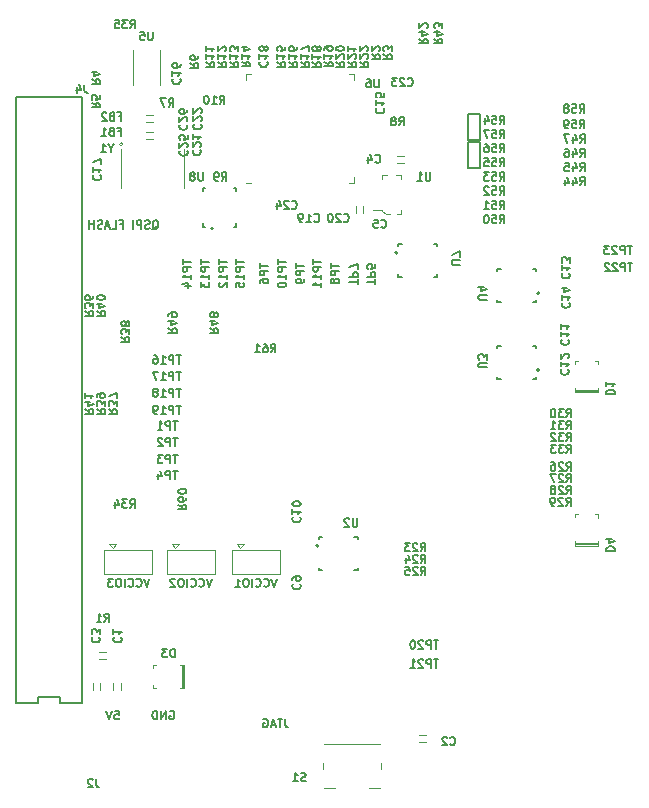
<source format=gbr>
G04 #@! TF.GenerationSoftware,KiCad,Pcbnew,5.1.5+dfsg1-2~bpo10+1*
G04 #@! TF.CreationDate,2020-02-19T22:44:21+01:00*
G04 #@! TF.ProjectId,gem-demo-board,67656d2d-6465-46d6-9f2d-626f6172642e,rev?*
G04 #@! TF.SameCoordinates,Original*
G04 #@! TF.FileFunction,Legend,Bot*
G04 #@! TF.FilePolarity,Positive*
%FSLAX46Y46*%
G04 Gerber Fmt 4.6, Leading zero omitted, Abs format (unit mm)*
G04 Created by KiCad (PCBNEW 5.1.5+dfsg1-2~bpo10+1) date 2020-02-19 22:44:21*
%MOMM*%
%LPD*%
G04 APERTURE LIST*
%ADD10C,0.150000*%
%ADD11C,0.120000*%
%ADD12C,0.100000*%
%ADD13C,0.200000*%
G04 APERTURE END LIST*
D10*
X67770000Y-43610000D02*
X67770000Y-41410000D01*
X66770000Y-43610000D02*
X67770000Y-43610000D01*
X67770000Y-41410000D02*
X66770000Y-41410000D01*
X66770000Y-41410000D02*
X66770000Y-43610000D01*
X67770000Y-39060000D02*
X66770000Y-39060000D01*
X67770000Y-41260000D02*
X67770000Y-39060000D01*
X66770000Y-41260000D02*
X67770000Y-41260000D01*
X66770000Y-39060000D02*
X66770000Y-41260000D01*
X40043333Y-48798333D02*
X40110000Y-48765000D01*
X40176666Y-48698333D01*
X40276666Y-48598333D01*
X40343333Y-48565000D01*
X40410000Y-48565000D01*
X40376666Y-48731666D02*
X40443333Y-48698333D01*
X40510000Y-48631666D01*
X40543333Y-48498333D01*
X40543333Y-48265000D01*
X40510000Y-48131666D01*
X40443333Y-48065000D01*
X40376666Y-48031666D01*
X40243333Y-48031666D01*
X40176666Y-48065000D01*
X40110000Y-48131666D01*
X40076666Y-48265000D01*
X40076666Y-48498333D01*
X40110000Y-48631666D01*
X40176666Y-48698333D01*
X40243333Y-48731666D01*
X40376666Y-48731666D01*
X39810000Y-48698333D02*
X39710000Y-48731666D01*
X39543333Y-48731666D01*
X39476666Y-48698333D01*
X39443333Y-48665000D01*
X39410000Y-48598333D01*
X39410000Y-48531666D01*
X39443333Y-48465000D01*
X39476666Y-48431666D01*
X39543333Y-48398333D01*
X39676666Y-48365000D01*
X39743333Y-48331666D01*
X39776666Y-48298333D01*
X39810000Y-48231666D01*
X39810000Y-48165000D01*
X39776666Y-48098333D01*
X39743333Y-48065000D01*
X39676666Y-48031666D01*
X39510000Y-48031666D01*
X39410000Y-48065000D01*
X39110000Y-48731666D02*
X39110000Y-48031666D01*
X38843333Y-48031666D01*
X38776666Y-48065000D01*
X38743333Y-48098333D01*
X38710000Y-48165000D01*
X38710000Y-48265000D01*
X38743333Y-48331666D01*
X38776666Y-48365000D01*
X38843333Y-48398333D01*
X39110000Y-48398333D01*
X38410000Y-48731666D02*
X38410000Y-48031666D01*
X37310000Y-48365000D02*
X37543333Y-48365000D01*
X37543333Y-48731666D02*
X37543333Y-48031666D01*
X37210000Y-48031666D01*
X36610000Y-48731666D02*
X36943333Y-48731666D01*
X36943333Y-48031666D01*
X36410000Y-48531666D02*
X36076666Y-48531666D01*
X36476666Y-48731666D02*
X36243333Y-48031666D01*
X36010000Y-48731666D01*
X35810000Y-48698333D02*
X35710000Y-48731666D01*
X35543333Y-48731666D01*
X35476666Y-48698333D01*
X35443333Y-48665000D01*
X35410000Y-48598333D01*
X35410000Y-48531666D01*
X35443333Y-48465000D01*
X35476666Y-48431666D01*
X35543333Y-48398333D01*
X35676666Y-48365000D01*
X35743333Y-48331666D01*
X35776666Y-48298333D01*
X35810000Y-48231666D01*
X35810000Y-48165000D01*
X35776666Y-48098333D01*
X35743333Y-48065000D01*
X35676666Y-48031666D01*
X35510000Y-48031666D01*
X35410000Y-48065000D01*
X35110000Y-48731666D02*
X35110000Y-48031666D01*
X35110000Y-48365000D02*
X34710000Y-48365000D01*
X34710000Y-48731666D02*
X34710000Y-48031666D01*
X51286666Y-90226666D02*
X51286666Y-90726666D01*
X51320000Y-90826666D01*
X51386666Y-90893333D01*
X51486666Y-90926666D01*
X51553333Y-90926666D01*
X51053333Y-90226666D02*
X50653333Y-90226666D01*
X50853333Y-90926666D02*
X50853333Y-90226666D01*
X50453333Y-90726666D02*
X50120000Y-90726666D01*
X50520000Y-90926666D02*
X50286666Y-90226666D01*
X50053333Y-90926666D01*
X49453333Y-90260000D02*
X49520000Y-90226666D01*
X49620000Y-90226666D01*
X49720000Y-90260000D01*
X49786666Y-90326666D01*
X49820000Y-90393333D01*
X49853333Y-90526666D01*
X49853333Y-90626666D01*
X49820000Y-90760000D01*
X49786666Y-90826666D01*
X49720000Y-90893333D01*
X49620000Y-90926666D01*
X49553333Y-90926666D01*
X49453333Y-90893333D01*
X49420000Y-90860000D01*
X49420000Y-90626666D01*
X49553333Y-90626666D01*
X41503333Y-89610000D02*
X41570000Y-89576666D01*
X41670000Y-89576666D01*
X41770000Y-89610000D01*
X41836666Y-89676666D01*
X41870000Y-89743333D01*
X41903333Y-89876666D01*
X41903333Y-89976666D01*
X41870000Y-90110000D01*
X41836666Y-90176666D01*
X41770000Y-90243333D01*
X41670000Y-90276666D01*
X41603333Y-90276666D01*
X41503333Y-90243333D01*
X41470000Y-90210000D01*
X41470000Y-89976666D01*
X41603333Y-89976666D01*
X41170000Y-90276666D02*
X41170000Y-89576666D01*
X40770000Y-90276666D01*
X40770000Y-89576666D01*
X40436666Y-90276666D02*
X40436666Y-89576666D01*
X40270000Y-89576666D01*
X40170000Y-89610000D01*
X40103333Y-89676666D01*
X40070000Y-89743333D01*
X40036666Y-89876666D01*
X40036666Y-89976666D01*
X40070000Y-90110000D01*
X40103333Y-90176666D01*
X40170000Y-90243333D01*
X40270000Y-90276666D01*
X40436666Y-90276666D01*
X36853333Y-89576666D02*
X37186666Y-89576666D01*
X37220000Y-89910000D01*
X37186666Y-89876666D01*
X37120000Y-89843333D01*
X36953333Y-89843333D01*
X36886666Y-89876666D01*
X36853333Y-89910000D01*
X36820000Y-89976666D01*
X36820000Y-90143333D01*
X36853333Y-90210000D01*
X36886666Y-90243333D01*
X36953333Y-90276666D01*
X37120000Y-90276666D01*
X37186666Y-90243333D01*
X37220000Y-90210000D01*
X36620000Y-89576666D02*
X36386666Y-90276666D01*
X36153333Y-89576666D01*
D11*
X56660000Y-44860000D02*
X57160000Y-44860000D01*
X57160000Y-44860000D02*
X57160000Y-44360000D01*
X48440000Y-35640000D02*
X47940000Y-35640000D01*
X47940000Y-35640000D02*
X47940000Y-36140000D01*
X56660000Y-35640000D02*
X57160000Y-35640000D01*
X57160000Y-35640000D02*
X57160000Y-36140000D01*
X48440000Y-44860000D02*
X47940000Y-44860000D01*
D12*
X37578114Y-41580000D02*
G75*
G03X37578114Y-41580000I-158114J0D01*
G01*
X42700000Y-42020000D02*
X42700000Y-45320000D01*
X37360000Y-42020000D02*
X37360000Y-45320000D01*
X77775000Y-62375000D02*
X75825000Y-62375000D01*
X77775000Y-62475000D02*
X75825000Y-62475000D01*
X77775000Y-59925000D02*
X77550000Y-59925000D01*
X77775000Y-60225000D02*
X77775000Y-59925000D01*
X75825000Y-59925000D02*
X75825000Y-60175000D01*
X76075000Y-59925000D02*
X75825000Y-59925000D01*
X77775000Y-62575000D02*
X75825000Y-62575000D01*
X77775000Y-62225000D02*
X77775000Y-62575000D01*
X75825000Y-62225000D02*
X75825000Y-62575000D01*
D11*
X46750000Y-77950000D02*
X50850000Y-77950000D01*
X50850000Y-77950000D02*
X50850000Y-75950000D01*
X50850000Y-75950000D02*
X46750000Y-75950000D01*
X46750000Y-75950000D02*
X46750000Y-77950000D01*
X47500000Y-75750000D02*
X47200000Y-75450000D01*
X47200000Y-75450000D02*
X47800000Y-75450000D01*
X47500000Y-75750000D02*
X47800000Y-75450000D01*
D10*
X69550000Y-54950000D02*
X69250000Y-54950000D01*
X69250000Y-54950000D02*
X69250000Y-54800000D01*
X69550000Y-52150000D02*
X69250000Y-52150000D01*
X69250000Y-52150000D02*
X69250000Y-52350000D01*
X72250000Y-52150000D02*
X72550000Y-52150000D01*
X72550000Y-52150000D02*
X72550000Y-52350000D01*
X72250000Y-54950000D02*
X72550000Y-54950000D01*
X72550000Y-54950000D02*
X72550000Y-54800000D01*
D13*
X72800000Y-54200000D02*
G75*
G03X72800000Y-54200000I-100000J0D01*
G01*
D10*
X69550000Y-61450000D02*
X69250000Y-61450000D01*
X69250000Y-61450000D02*
X69250000Y-61300000D01*
X69550000Y-58650000D02*
X69250000Y-58650000D01*
X69250000Y-58650000D02*
X69250000Y-58850000D01*
X72250000Y-58650000D02*
X72550000Y-58650000D01*
X72550000Y-58650000D02*
X72550000Y-58850000D01*
X72250000Y-61450000D02*
X72550000Y-61450000D01*
X72550000Y-61450000D02*
X72550000Y-61300000D01*
D13*
X72800000Y-60700000D02*
G75*
G03X72800000Y-60700000I-100000J0D01*
G01*
D10*
X57150000Y-74850000D02*
X57450000Y-74850000D01*
X57450000Y-74850000D02*
X57450000Y-75000000D01*
X57150000Y-77650000D02*
X57450000Y-77650000D01*
X57450000Y-77650000D02*
X57450000Y-77450000D01*
X54450000Y-77650000D02*
X54150000Y-77650000D01*
X54150000Y-77650000D02*
X54150000Y-77450000D01*
X54450000Y-74850000D02*
X54150000Y-74850000D01*
X54150000Y-74850000D02*
X54150000Y-75000000D01*
D13*
X54100000Y-75600000D02*
G75*
G03X54100000Y-75600000I-100000J0D01*
G01*
D10*
X44350000Y-45590000D02*
X44350000Y-45290000D01*
X44350000Y-45290000D02*
X44500000Y-45290000D01*
X47150000Y-45590000D02*
X47150000Y-45290000D01*
X47150000Y-45290000D02*
X46950000Y-45290000D01*
X47150000Y-48290000D02*
X47150000Y-48590000D01*
X47150000Y-48590000D02*
X46950000Y-48590000D01*
X44350000Y-48290000D02*
X44350000Y-48590000D01*
X44350000Y-48590000D02*
X44500000Y-48590000D01*
D13*
X45200000Y-48740000D02*
G75*
G03X45200000Y-48740000I-100000J0D01*
G01*
X60810000Y-50770000D02*
G75*
G03X60810000Y-50770000I-100000J0D01*
G01*
D10*
X60860000Y-50020000D02*
X60860000Y-50170000D01*
X61160000Y-50020000D02*
X60860000Y-50020000D01*
X60860000Y-52820000D02*
X60860000Y-52620000D01*
X61160000Y-52820000D02*
X60860000Y-52820000D01*
X64160000Y-52820000D02*
X64160000Y-52620000D01*
X63860000Y-52820000D02*
X64160000Y-52820000D01*
X64160000Y-50020000D02*
X64160000Y-50170000D01*
X63860000Y-50020000D02*
X64160000Y-50020000D01*
D11*
X59320000Y-96100000D02*
X58395000Y-96100000D01*
X59320000Y-92400000D02*
X54620000Y-92400000D01*
X54520000Y-93975000D02*
X54520000Y-94525000D01*
X59420000Y-93975000D02*
X59420000Y-94525000D01*
X55545000Y-96100000D02*
X54620000Y-96100000D01*
D12*
X40670000Y-33600000D02*
X40670000Y-36610000D01*
X38440000Y-36600000D02*
X38440000Y-33580000D01*
X77775000Y-75375000D02*
X75825000Y-75375000D01*
X77775000Y-75475000D02*
X75825000Y-75475000D01*
X77775000Y-72925000D02*
X77550000Y-72925000D01*
X77775000Y-73225000D02*
X77775000Y-72925000D01*
X75825000Y-72925000D02*
X75825000Y-73175000D01*
X76075000Y-72925000D02*
X75825000Y-72925000D01*
X77775000Y-75575000D02*
X75825000Y-75575000D01*
X77775000Y-75225000D02*
X77775000Y-75575000D01*
X75825000Y-75225000D02*
X75825000Y-75575000D01*
X42545000Y-85675000D02*
X42545000Y-87625000D01*
X42645000Y-85675000D02*
X42645000Y-87625000D01*
X40095000Y-85675000D02*
X40095000Y-85900000D01*
X40395000Y-85675000D02*
X40095000Y-85675000D01*
X40095000Y-87625000D02*
X40345000Y-87625000D01*
X40095000Y-87375000D02*
X40095000Y-87625000D01*
X42745000Y-85675000D02*
X42745000Y-87625000D01*
X42395000Y-85675000D02*
X42745000Y-85675000D01*
X42395000Y-87625000D02*
X42745000Y-87625000D01*
D11*
X61350000Y-43150000D02*
X60750000Y-43150000D01*
X61350000Y-42550000D02*
X60750000Y-42550000D01*
D12*
X60125000Y-47500000D02*
X59850000Y-47500000D01*
X59850000Y-47500000D02*
X59475000Y-47225000D01*
X59475000Y-47225000D02*
X59475000Y-47175000D01*
X59475000Y-47175000D02*
X58700000Y-47175000D01*
X59950000Y-44200000D02*
X59475000Y-44200000D01*
X59475000Y-44200000D02*
X59475000Y-44550000D01*
X61125000Y-44425000D02*
X61125000Y-44550000D01*
X61125000Y-44500000D02*
X61125000Y-44200000D01*
X61125000Y-44200000D02*
X60675000Y-44200000D01*
X60750000Y-47500000D02*
X61125000Y-47500000D01*
X61125000Y-47500000D02*
X61125000Y-47200000D01*
D11*
X57850000Y-46800000D02*
X57850000Y-47400000D01*
X57250000Y-46800000D02*
X57250000Y-47400000D01*
X35950000Y-77950000D02*
X40050000Y-77950000D01*
X40050000Y-77950000D02*
X40050000Y-75950000D01*
X40050000Y-75950000D02*
X35950000Y-75950000D01*
X35950000Y-75950000D02*
X35950000Y-77950000D01*
X36700000Y-75750000D02*
X36400000Y-75450000D01*
X36400000Y-75450000D02*
X37000000Y-75450000D01*
X36700000Y-75750000D02*
X37000000Y-75450000D01*
X42000000Y-75750000D02*
X42300000Y-75450000D01*
X41700000Y-75450000D02*
X42300000Y-75450000D01*
X42000000Y-75750000D02*
X41700000Y-75450000D01*
X41250000Y-75950000D02*
X41250000Y-77950000D01*
X45350000Y-75950000D02*
X41250000Y-75950000D01*
X45350000Y-77950000D02*
X45350000Y-75950000D01*
X41250000Y-77950000D02*
X45350000Y-77950000D01*
X39500000Y-41130000D02*
X40100000Y-41130000D01*
X39500000Y-40530000D02*
X40100000Y-40530000D01*
X39500000Y-39110000D02*
X40100000Y-39110000D01*
X39500000Y-39710000D02*
X40100000Y-39710000D01*
D10*
X28530001Y-88880000D02*
X28530000Y-37620000D01*
X28530000Y-37620000D02*
X34069999Y-37620000D01*
X34069999Y-37620000D02*
X34070000Y-88880000D01*
X34070000Y-88880000D02*
X32223333Y-88880000D01*
X32223333Y-88880000D02*
X32223333Y-88430000D01*
X32223333Y-88430000D02*
X30376667Y-88430000D01*
X30376667Y-88430000D02*
X30376667Y-88880000D01*
X30376667Y-88880000D02*
X28530001Y-88880000D01*
D11*
X62590000Y-91610000D02*
X63190000Y-91610000D01*
X62590000Y-92210000D02*
X63190000Y-92210000D01*
X36750000Y-87200000D02*
X36750000Y-87800000D01*
X37350000Y-87200000D02*
X37350000Y-87800000D01*
X35625000Y-87200000D02*
X35625000Y-87800000D01*
X35025000Y-87200000D02*
X35025000Y-87800000D01*
X36150000Y-85200000D02*
X35550000Y-85200000D01*
X36150000Y-84600000D02*
X35550000Y-84600000D01*
D10*
X64256666Y-83596666D02*
X63856666Y-83596666D01*
X64056666Y-84296666D02*
X64056666Y-83596666D01*
X63623333Y-84296666D02*
X63623333Y-83596666D01*
X63356666Y-83596666D01*
X63290000Y-83630000D01*
X63256666Y-83663333D01*
X63223333Y-83730000D01*
X63223333Y-83830000D01*
X63256666Y-83896666D01*
X63290000Y-83930000D01*
X63356666Y-83963333D01*
X63623333Y-83963333D01*
X62956666Y-83663333D02*
X62923333Y-83630000D01*
X62856666Y-83596666D01*
X62690000Y-83596666D01*
X62623333Y-83630000D01*
X62590000Y-83663333D01*
X62556666Y-83730000D01*
X62556666Y-83796666D01*
X62590000Y-83896666D01*
X62990000Y-84296666D01*
X62556666Y-84296666D01*
X62123333Y-83596666D02*
X62056666Y-83596666D01*
X61990000Y-83630000D01*
X61956666Y-83663333D01*
X61923333Y-83730000D01*
X61890000Y-83863333D01*
X61890000Y-84030000D01*
X61923333Y-84163333D01*
X61956666Y-84230000D01*
X61990000Y-84263333D01*
X62056666Y-84296666D01*
X62123333Y-84296666D01*
X62190000Y-84263333D01*
X62223333Y-84230000D01*
X62256666Y-84163333D01*
X62290000Y-84030000D01*
X62290000Y-83863333D01*
X62256666Y-83730000D01*
X62223333Y-83663333D01*
X62190000Y-83630000D01*
X62123333Y-83596666D01*
X64256666Y-85196666D02*
X63856666Y-85196666D01*
X64056666Y-85896666D02*
X64056666Y-85196666D01*
X63623333Y-85896666D02*
X63623333Y-85196666D01*
X63356666Y-85196666D01*
X63290000Y-85230000D01*
X63256666Y-85263333D01*
X63223333Y-85330000D01*
X63223333Y-85430000D01*
X63256666Y-85496666D01*
X63290000Y-85530000D01*
X63356666Y-85563333D01*
X63623333Y-85563333D01*
X62956666Y-85263333D02*
X62923333Y-85230000D01*
X62856666Y-85196666D01*
X62690000Y-85196666D01*
X62623333Y-85230000D01*
X62590000Y-85263333D01*
X62556666Y-85330000D01*
X62556666Y-85396666D01*
X62590000Y-85496666D01*
X62990000Y-85896666D01*
X62556666Y-85896666D01*
X61890000Y-85896666D02*
X62290000Y-85896666D01*
X62090000Y-85896666D02*
X62090000Y-85196666D01*
X62156666Y-85296666D01*
X62223333Y-85363333D01*
X62290000Y-85396666D01*
X80656666Y-50186666D02*
X80256666Y-50186666D01*
X80456666Y-50886666D02*
X80456666Y-50186666D01*
X80023333Y-50886666D02*
X80023333Y-50186666D01*
X79756666Y-50186666D01*
X79690000Y-50220000D01*
X79656666Y-50253333D01*
X79623333Y-50320000D01*
X79623333Y-50420000D01*
X79656666Y-50486666D01*
X79690000Y-50520000D01*
X79756666Y-50553333D01*
X80023333Y-50553333D01*
X79356666Y-50253333D02*
X79323333Y-50220000D01*
X79256666Y-50186666D01*
X79090000Y-50186666D01*
X79023333Y-50220000D01*
X78990000Y-50253333D01*
X78956666Y-50320000D01*
X78956666Y-50386666D01*
X78990000Y-50486666D01*
X79390000Y-50886666D01*
X78956666Y-50886666D01*
X78723333Y-50186666D02*
X78290000Y-50186666D01*
X78523333Y-50453333D01*
X78423333Y-50453333D01*
X78356666Y-50486666D01*
X78323333Y-50520000D01*
X78290000Y-50586666D01*
X78290000Y-50753333D01*
X78323333Y-50820000D01*
X78356666Y-50853333D01*
X78423333Y-50886666D01*
X78623333Y-50886666D01*
X78690000Y-50853333D01*
X78723333Y-50820000D01*
X80696666Y-51637466D02*
X80296666Y-51637466D01*
X80496666Y-52337466D02*
X80496666Y-51637466D01*
X80063333Y-52337466D02*
X80063333Y-51637466D01*
X79796666Y-51637466D01*
X79730000Y-51670800D01*
X79696666Y-51704133D01*
X79663333Y-51770800D01*
X79663333Y-51870800D01*
X79696666Y-51937466D01*
X79730000Y-51970800D01*
X79796666Y-52004133D01*
X80063333Y-52004133D01*
X79396666Y-51704133D02*
X79363333Y-51670800D01*
X79296666Y-51637466D01*
X79130000Y-51637466D01*
X79063333Y-51670800D01*
X79030000Y-51704133D01*
X78996666Y-51770800D01*
X78996666Y-51837466D01*
X79030000Y-51937466D01*
X79430000Y-52337466D01*
X78996666Y-52337466D01*
X78730000Y-51704133D02*
X78696666Y-51670800D01*
X78630000Y-51637466D01*
X78463333Y-51637466D01*
X78396666Y-51670800D01*
X78363333Y-51704133D01*
X78330000Y-51770800D01*
X78330000Y-51837466D01*
X78363333Y-51937466D01*
X78763333Y-52337466D01*
X78330000Y-52337466D01*
X50666666Y-51333333D02*
X50666666Y-51733333D01*
X51366666Y-51533333D02*
X50666666Y-51533333D01*
X51366666Y-51966666D02*
X50666666Y-51966666D01*
X50666666Y-52233333D01*
X50700000Y-52300000D01*
X50733333Y-52333333D01*
X50800000Y-52366666D01*
X50900000Y-52366666D01*
X50966666Y-52333333D01*
X51000000Y-52300000D01*
X51033333Y-52233333D01*
X51033333Y-51966666D01*
X51366666Y-53033333D02*
X51366666Y-52633333D01*
X51366666Y-52833333D02*
X50666666Y-52833333D01*
X50766666Y-52766666D01*
X50833333Y-52700000D01*
X50866666Y-52633333D01*
X50666666Y-53466666D02*
X50666666Y-53533333D01*
X50700000Y-53600000D01*
X50733333Y-53633333D01*
X50800000Y-53666666D01*
X50933333Y-53700000D01*
X51100000Y-53700000D01*
X51233333Y-53666666D01*
X51300000Y-53633333D01*
X51333333Y-53600000D01*
X51366666Y-53533333D01*
X51366666Y-53466666D01*
X51333333Y-53400000D01*
X51300000Y-53366666D01*
X51233333Y-53333333D01*
X51100000Y-53300000D01*
X50933333Y-53300000D01*
X50800000Y-53333333D01*
X50733333Y-53366666D01*
X50700000Y-53400000D01*
X50666666Y-53466666D01*
X55166666Y-51666666D02*
X55166666Y-52066666D01*
X55866666Y-51866666D02*
X55166666Y-51866666D01*
X55866666Y-52300000D02*
X55166666Y-52300000D01*
X55166666Y-52566666D01*
X55200000Y-52633333D01*
X55233333Y-52666666D01*
X55300000Y-52700000D01*
X55400000Y-52700000D01*
X55466666Y-52666666D01*
X55500000Y-52633333D01*
X55533333Y-52566666D01*
X55533333Y-52300000D01*
X55466666Y-53100000D02*
X55433333Y-53033333D01*
X55400000Y-53000000D01*
X55333333Y-52966666D01*
X55300000Y-52966666D01*
X55233333Y-53000000D01*
X55200000Y-53033333D01*
X55166666Y-53100000D01*
X55166666Y-53233333D01*
X55200000Y-53300000D01*
X55233333Y-53333333D01*
X55300000Y-53366666D01*
X55333333Y-53366666D01*
X55400000Y-53333333D01*
X55433333Y-53300000D01*
X55466666Y-53233333D01*
X55466666Y-53100000D01*
X55500000Y-53033333D01*
X55533333Y-53000000D01*
X55600000Y-52966666D01*
X55733333Y-52966666D01*
X55800000Y-53000000D01*
X55833333Y-53033333D01*
X55866666Y-53100000D01*
X55866666Y-53233333D01*
X55833333Y-53300000D01*
X55800000Y-53333333D01*
X55733333Y-53366666D01*
X55600000Y-53366666D01*
X55533333Y-53333333D01*
X55500000Y-53300000D01*
X55466666Y-53233333D01*
X57433333Y-53433333D02*
X57433333Y-53033333D01*
X56733333Y-53233333D02*
X57433333Y-53233333D01*
X56733333Y-52800000D02*
X57433333Y-52800000D01*
X57433333Y-52533333D01*
X57400000Y-52466666D01*
X57366666Y-52433333D01*
X57300000Y-52400000D01*
X57200000Y-52400000D01*
X57133333Y-52433333D01*
X57100000Y-52466666D01*
X57066666Y-52533333D01*
X57066666Y-52800000D01*
X57433333Y-52166666D02*
X57433333Y-51700000D01*
X56733333Y-52000000D01*
X49166666Y-51666666D02*
X49166666Y-52066666D01*
X49866666Y-51866666D02*
X49166666Y-51866666D01*
X49866666Y-52300000D02*
X49166666Y-52300000D01*
X49166666Y-52566666D01*
X49200000Y-52633333D01*
X49233333Y-52666666D01*
X49300000Y-52700000D01*
X49400000Y-52700000D01*
X49466666Y-52666666D01*
X49500000Y-52633333D01*
X49533333Y-52566666D01*
X49533333Y-52300000D01*
X49166666Y-53300000D02*
X49166666Y-53166666D01*
X49200000Y-53100000D01*
X49233333Y-53066666D01*
X49333333Y-53000000D01*
X49466666Y-52966666D01*
X49733333Y-52966666D01*
X49800000Y-53000000D01*
X49833333Y-53033333D01*
X49866666Y-53100000D01*
X49866666Y-53233333D01*
X49833333Y-53300000D01*
X49800000Y-53333333D01*
X49733333Y-53366666D01*
X49566666Y-53366666D01*
X49500000Y-53333333D01*
X49466666Y-53300000D01*
X49433333Y-53233333D01*
X49433333Y-53100000D01*
X49466666Y-53033333D01*
X49500000Y-53000000D01*
X49566666Y-52966666D01*
X42183333Y-69250866D02*
X41783333Y-69250866D01*
X41983333Y-69950866D02*
X41983333Y-69250866D01*
X41550000Y-69950866D02*
X41550000Y-69250866D01*
X41283333Y-69250866D01*
X41216666Y-69284200D01*
X41183333Y-69317533D01*
X41150000Y-69384200D01*
X41150000Y-69484200D01*
X41183333Y-69550866D01*
X41216666Y-69584200D01*
X41283333Y-69617533D01*
X41550000Y-69617533D01*
X40550000Y-69484200D02*
X40550000Y-69950866D01*
X40716666Y-69217533D02*
X40883333Y-69717533D01*
X40450000Y-69717533D01*
X42183333Y-67901666D02*
X41783333Y-67901666D01*
X41983333Y-68601666D02*
X41983333Y-67901666D01*
X41550000Y-68601666D02*
X41550000Y-67901666D01*
X41283333Y-67901666D01*
X41216666Y-67935000D01*
X41183333Y-67968333D01*
X41150000Y-68035000D01*
X41150000Y-68135000D01*
X41183333Y-68201666D01*
X41216666Y-68235000D01*
X41283333Y-68268333D01*
X41550000Y-68268333D01*
X40916666Y-67901666D02*
X40483333Y-67901666D01*
X40716666Y-68168333D01*
X40616666Y-68168333D01*
X40550000Y-68201666D01*
X40516666Y-68235000D01*
X40483333Y-68301666D01*
X40483333Y-68468333D01*
X40516666Y-68535000D01*
X40550000Y-68568333D01*
X40616666Y-68601666D01*
X40816666Y-68601666D01*
X40883333Y-68568333D01*
X40916666Y-68535000D01*
X42183333Y-66450866D02*
X41783333Y-66450866D01*
X41983333Y-67150866D02*
X41983333Y-66450866D01*
X41550000Y-67150866D02*
X41550000Y-66450866D01*
X41283333Y-66450866D01*
X41216666Y-66484200D01*
X41183333Y-66517533D01*
X41150000Y-66584200D01*
X41150000Y-66684200D01*
X41183333Y-66750866D01*
X41216666Y-66784200D01*
X41283333Y-66817533D01*
X41550000Y-66817533D01*
X40883333Y-66517533D02*
X40850000Y-66484200D01*
X40783333Y-66450866D01*
X40616666Y-66450866D01*
X40550000Y-66484200D01*
X40516666Y-66517533D01*
X40483333Y-66584200D01*
X40483333Y-66650866D01*
X40516666Y-66750866D01*
X40916666Y-67150866D01*
X40483333Y-67150866D01*
X42183333Y-65050866D02*
X41783333Y-65050866D01*
X41983333Y-65750866D02*
X41983333Y-65050866D01*
X41550000Y-65750866D02*
X41550000Y-65050866D01*
X41283333Y-65050866D01*
X41216666Y-65084200D01*
X41183333Y-65117533D01*
X41150000Y-65184200D01*
X41150000Y-65284200D01*
X41183333Y-65350866D01*
X41216666Y-65384200D01*
X41283333Y-65417533D01*
X41550000Y-65417533D01*
X40483333Y-65750866D02*
X40883333Y-65750866D01*
X40683333Y-65750866D02*
X40683333Y-65050866D01*
X40750000Y-65150866D01*
X40816666Y-65217533D01*
X40883333Y-65250866D01*
X58933333Y-53433333D02*
X58933333Y-53033333D01*
X58233333Y-53233333D02*
X58933333Y-53233333D01*
X58233333Y-52800000D02*
X58933333Y-52800000D01*
X58933333Y-52533333D01*
X58900000Y-52466666D01*
X58866666Y-52433333D01*
X58800000Y-52400000D01*
X58700000Y-52400000D01*
X58633333Y-52433333D01*
X58600000Y-52466666D01*
X58566666Y-52533333D01*
X58566666Y-52800000D01*
X58933333Y-51766666D02*
X58933333Y-52100000D01*
X58600000Y-52133333D01*
X58633333Y-52100000D01*
X58666666Y-52033333D01*
X58666666Y-51866666D01*
X58633333Y-51800000D01*
X58600000Y-51766666D01*
X58533333Y-51733333D01*
X58366666Y-51733333D01*
X58300000Y-51766666D01*
X58266666Y-51800000D01*
X58233333Y-51866666D01*
X58233333Y-52033333D01*
X58266666Y-52100000D01*
X58300000Y-52133333D01*
X52217466Y-51666666D02*
X52217466Y-52066666D01*
X52917466Y-51866666D02*
X52217466Y-51866666D01*
X52917466Y-52300000D02*
X52217466Y-52300000D01*
X52217466Y-52566666D01*
X52250800Y-52633333D01*
X52284133Y-52666666D01*
X52350800Y-52700000D01*
X52450800Y-52700000D01*
X52517466Y-52666666D01*
X52550800Y-52633333D01*
X52584133Y-52566666D01*
X52584133Y-52300000D01*
X52917466Y-53033333D02*
X52917466Y-53166666D01*
X52884133Y-53233333D01*
X52850800Y-53266666D01*
X52750800Y-53333333D01*
X52617466Y-53366666D01*
X52350800Y-53366666D01*
X52284133Y-53333333D01*
X52250800Y-53300000D01*
X52217466Y-53233333D01*
X52217466Y-53100000D01*
X52250800Y-53033333D01*
X52284133Y-53000000D01*
X52350800Y-52966666D01*
X52517466Y-52966666D01*
X52584133Y-53000000D01*
X52617466Y-53033333D01*
X52650800Y-53100000D01*
X52650800Y-53233333D01*
X52617466Y-53300000D01*
X52584133Y-53333333D01*
X52517466Y-53366666D01*
X53666666Y-51333333D02*
X53666666Y-51733333D01*
X54366666Y-51533333D02*
X53666666Y-51533333D01*
X54366666Y-51966666D02*
X53666666Y-51966666D01*
X53666666Y-52233333D01*
X53700000Y-52300000D01*
X53733333Y-52333333D01*
X53800000Y-52366666D01*
X53900000Y-52366666D01*
X53966666Y-52333333D01*
X54000000Y-52300000D01*
X54033333Y-52233333D01*
X54033333Y-51966666D01*
X54366666Y-53033333D02*
X54366666Y-52633333D01*
X54366666Y-52833333D02*
X53666666Y-52833333D01*
X53766666Y-52766666D01*
X53833333Y-52700000D01*
X53866666Y-52633333D01*
X54366666Y-53700000D02*
X54366666Y-53300000D01*
X54366666Y-53500000D02*
X53666666Y-53500000D01*
X53766666Y-53433333D01*
X53833333Y-53366666D01*
X53866666Y-53300000D01*
X44166666Y-51333333D02*
X44166666Y-51733333D01*
X44866666Y-51533333D02*
X44166666Y-51533333D01*
X44866666Y-51966666D02*
X44166666Y-51966666D01*
X44166666Y-52233333D01*
X44200000Y-52300000D01*
X44233333Y-52333333D01*
X44300000Y-52366666D01*
X44400000Y-52366666D01*
X44466666Y-52333333D01*
X44500000Y-52300000D01*
X44533333Y-52233333D01*
X44533333Y-51966666D01*
X44866666Y-53033333D02*
X44866666Y-52633333D01*
X44866666Y-52833333D02*
X44166666Y-52833333D01*
X44266666Y-52766666D01*
X44333333Y-52700000D01*
X44366666Y-52633333D01*
X44166666Y-53266666D02*
X44166666Y-53700000D01*
X44433333Y-53466666D01*
X44433333Y-53566666D01*
X44466666Y-53633333D01*
X44500000Y-53666666D01*
X44566666Y-53700000D01*
X44733333Y-53700000D01*
X44800000Y-53666666D01*
X44833333Y-53633333D01*
X44866666Y-53566666D01*
X44866666Y-53366666D01*
X44833333Y-53300000D01*
X44800000Y-53266666D01*
X47115866Y-51333333D02*
X47115866Y-51733333D01*
X47815866Y-51533333D02*
X47115866Y-51533333D01*
X47815866Y-51966666D02*
X47115866Y-51966666D01*
X47115866Y-52233333D01*
X47149200Y-52300000D01*
X47182533Y-52333333D01*
X47249200Y-52366666D01*
X47349200Y-52366666D01*
X47415866Y-52333333D01*
X47449200Y-52300000D01*
X47482533Y-52233333D01*
X47482533Y-51966666D01*
X47815866Y-53033333D02*
X47815866Y-52633333D01*
X47815866Y-52833333D02*
X47115866Y-52833333D01*
X47215866Y-52766666D01*
X47282533Y-52700000D01*
X47315866Y-52633333D01*
X47115866Y-53666666D02*
X47115866Y-53333333D01*
X47449200Y-53300000D01*
X47415866Y-53333333D01*
X47382533Y-53400000D01*
X47382533Y-53566666D01*
X47415866Y-53633333D01*
X47449200Y-53666666D01*
X47515866Y-53700000D01*
X47682533Y-53700000D01*
X47749200Y-53666666D01*
X47782533Y-53633333D01*
X47815866Y-53566666D01*
X47815866Y-53400000D01*
X47782533Y-53333333D01*
X47749200Y-53300000D01*
X42466666Y-59475866D02*
X42066666Y-59475866D01*
X42266666Y-60175866D02*
X42266666Y-59475866D01*
X41833333Y-60175866D02*
X41833333Y-59475866D01*
X41566666Y-59475866D01*
X41500000Y-59509200D01*
X41466666Y-59542533D01*
X41433333Y-59609200D01*
X41433333Y-59709200D01*
X41466666Y-59775866D01*
X41500000Y-59809200D01*
X41566666Y-59842533D01*
X41833333Y-59842533D01*
X40766666Y-60175866D02*
X41166666Y-60175866D01*
X40966666Y-60175866D02*
X40966666Y-59475866D01*
X41033333Y-59575866D01*
X41100000Y-59642533D01*
X41166666Y-59675866D01*
X40166666Y-59475866D02*
X40300000Y-59475866D01*
X40366666Y-59509200D01*
X40400000Y-59542533D01*
X40466666Y-59642533D01*
X40500000Y-59775866D01*
X40500000Y-60042533D01*
X40466666Y-60109200D01*
X40433333Y-60142533D01*
X40366666Y-60175866D01*
X40233333Y-60175866D01*
X40166666Y-60142533D01*
X40133333Y-60109200D01*
X40100000Y-60042533D01*
X40100000Y-59875866D01*
X40133333Y-59809200D01*
X40166666Y-59775866D01*
X40233333Y-59742533D01*
X40366666Y-59742533D01*
X40433333Y-59775866D01*
X40466666Y-59809200D01*
X40500000Y-59875866D01*
X42466666Y-60875866D02*
X42066666Y-60875866D01*
X42266666Y-61575866D02*
X42266666Y-60875866D01*
X41833333Y-61575866D02*
X41833333Y-60875866D01*
X41566666Y-60875866D01*
X41500000Y-60909200D01*
X41466666Y-60942533D01*
X41433333Y-61009200D01*
X41433333Y-61109200D01*
X41466666Y-61175866D01*
X41500000Y-61209200D01*
X41566666Y-61242533D01*
X41833333Y-61242533D01*
X40766666Y-61575866D02*
X41166666Y-61575866D01*
X40966666Y-61575866D02*
X40966666Y-60875866D01*
X41033333Y-60975866D01*
X41100000Y-61042533D01*
X41166666Y-61075866D01*
X40533333Y-60875866D02*
X40066666Y-60875866D01*
X40366666Y-61575866D01*
X42466666Y-62275866D02*
X42066666Y-62275866D01*
X42266666Y-62975866D02*
X42266666Y-62275866D01*
X41833333Y-62975866D02*
X41833333Y-62275866D01*
X41566666Y-62275866D01*
X41500000Y-62309200D01*
X41466666Y-62342533D01*
X41433333Y-62409200D01*
X41433333Y-62509200D01*
X41466666Y-62575866D01*
X41500000Y-62609200D01*
X41566666Y-62642533D01*
X41833333Y-62642533D01*
X40766666Y-62975866D02*
X41166666Y-62975866D01*
X40966666Y-62975866D02*
X40966666Y-62275866D01*
X41033333Y-62375866D01*
X41100000Y-62442533D01*
X41166666Y-62475866D01*
X40366666Y-62575866D02*
X40433333Y-62542533D01*
X40466666Y-62509200D01*
X40500000Y-62442533D01*
X40500000Y-62409200D01*
X40466666Y-62342533D01*
X40433333Y-62309200D01*
X40366666Y-62275866D01*
X40233333Y-62275866D01*
X40166666Y-62309200D01*
X40133333Y-62342533D01*
X40100000Y-62409200D01*
X40100000Y-62442533D01*
X40133333Y-62509200D01*
X40166666Y-62542533D01*
X40233333Y-62575866D01*
X40366666Y-62575866D01*
X40433333Y-62609200D01*
X40466666Y-62642533D01*
X40500000Y-62709200D01*
X40500000Y-62842533D01*
X40466666Y-62909200D01*
X40433333Y-62942533D01*
X40366666Y-62975866D01*
X40233333Y-62975866D01*
X40166666Y-62942533D01*
X40133333Y-62909200D01*
X40100000Y-62842533D01*
X40100000Y-62709200D01*
X40133333Y-62642533D01*
X40166666Y-62609200D01*
X40233333Y-62575866D01*
X45666666Y-51333333D02*
X45666666Y-51733333D01*
X46366666Y-51533333D02*
X45666666Y-51533333D01*
X46366666Y-51966666D02*
X45666666Y-51966666D01*
X45666666Y-52233333D01*
X45700000Y-52300000D01*
X45733333Y-52333333D01*
X45800000Y-52366666D01*
X45900000Y-52366666D01*
X45966666Y-52333333D01*
X46000000Y-52300000D01*
X46033333Y-52233333D01*
X46033333Y-51966666D01*
X46366666Y-53033333D02*
X46366666Y-52633333D01*
X46366666Y-52833333D02*
X45666666Y-52833333D01*
X45766666Y-52766666D01*
X45833333Y-52700000D01*
X45866666Y-52633333D01*
X45733333Y-53300000D02*
X45700000Y-53333333D01*
X45666666Y-53400000D01*
X45666666Y-53566666D01*
X45700000Y-53633333D01*
X45733333Y-53666666D01*
X45800000Y-53700000D01*
X45866666Y-53700000D01*
X45966666Y-53666666D01*
X46366666Y-53266666D01*
X46366666Y-53700000D01*
X42466666Y-63726666D02*
X42066666Y-63726666D01*
X42266666Y-64426666D02*
X42266666Y-63726666D01*
X41833333Y-64426666D02*
X41833333Y-63726666D01*
X41566666Y-63726666D01*
X41500000Y-63760000D01*
X41466666Y-63793333D01*
X41433333Y-63860000D01*
X41433333Y-63960000D01*
X41466666Y-64026666D01*
X41500000Y-64060000D01*
X41566666Y-64093333D01*
X41833333Y-64093333D01*
X40766666Y-64426666D02*
X41166666Y-64426666D01*
X40966666Y-64426666D02*
X40966666Y-63726666D01*
X41033333Y-63826666D01*
X41100000Y-63893333D01*
X41166666Y-63926666D01*
X40433333Y-64426666D02*
X40300000Y-64426666D01*
X40233333Y-64393333D01*
X40200000Y-64360000D01*
X40133333Y-64260000D01*
X40100000Y-64126666D01*
X40100000Y-63860000D01*
X40133333Y-63793333D01*
X40166666Y-63760000D01*
X40233333Y-63726666D01*
X40366666Y-63726666D01*
X40433333Y-63760000D01*
X40466666Y-63793333D01*
X40500000Y-63860000D01*
X40500000Y-64026666D01*
X40466666Y-64093333D01*
X40433333Y-64126666D01*
X40366666Y-64160000D01*
X40233333Y-64160000D01*
X40166666Y-64126666D01*
X40133333Y-64093333D01*
X40100000Y-64026666D01*
X42615866Y-51333333D02*
X42615866Y-51733333D01*
X43315866Y-51533333D02*
X42615866Y-51533333D01*
X43315866Y-51966666D02*
X42615866Y-51966666D01*
X42615866Y-52233333D01*
X42649200Y-52300000D01*
X42682533Y-52333333D01*
X42749200Y-52366666D01*
X42849200Y-52366666D01*
X42915866Y-52333333D01*
X42949200Y-52300000D01*
X42982533Y-52233333D01*
X42982533Y-51966666D01*
X43315866Y-53033333D02*
X43315866Y-52633333D01*
X43315866Y-52833333D02*
X42615866Y-52833333D01*
X42715866Y-52766666D01*
X42782533Y-52700000D01*
X42815866Y-52633333D01*
X42849200Y-53633333D02*
X43315866Y-53633333D01*
X42582533Y-53466666D02*
X43082533Y-53300000D01*
X43082533Y-53733333D01*
X69450000Y-47066666D02*
X69683333Y-46733333D01*
X69850000Y-47066666D02*
X69850000Y-46366666D01*
X69583333Y-46366666D01*
X69516666Y-46400000D01*
X69483333Y-46433333D01*
X69450000Y-46500000D01*
X69450000Y-46600000D01*
X69483333Y-46666666D01*
X69516666Y-46700000D01*
X69583333Y-46733333D01*
X69850000Y-46733333D01*
X68816666Y-46366666D02*
X69150000Y-46366666D01*
X69183333Y-46700000D01*
X69150000Y-46666666D01*
X69083333Y-46633333D01*
X68916666Y-46633333D01*
X68850000Y-46666666D01*
X68816666Y-46700000D01*
X68783333Y-46766666D01*
X68783333Y-46933333D01*
X68816666Y-47000000D01*
X68850000Y-47033333D01*
X68916666Y-47066666D01*
X69083333Y-47066666D01*
X69150000Y-47033333D01*
X69183333Y-47000000D01*
X68116666Y-47066666D02*
X68516666Y-47066666D01*
X68316666Y-47066666D02*
X68316666Y-46366666D01*
X68383333Y-46466666D01*
X68450000Y-46533333D01*
X68516666Y-46566666D01*
X76220000Y-40226666D02*
X76453333Y-39893333D01*
X76620000Y-40226666D02*
X76620000Y-39526666D01*
X76353333Y-39526666D01*
X76286666Y-39560000D01*
X76253333Y-39593333D01*
X76220000Y-39660000D01*
X76220000Y-39760000D01*
X76253333Y-39826666D01*
X76286666Y-39860000D01*
X76353333Y-39893333D01*
X76620000Y-39893333D01*
X75586666Y-39526666D02*
X75920000Y-39526666D01*
X75953333Y-39860000D01*
X75920000Y-39826666D01*
X75853333Y-39793333D01*
X75686666Y-39793333D01*
X75620000Y-39826666D01*
X75586666Y-39860000D01*
X75553333Y-39926666D01*
X75553333Y-40093333D01*
X75586666Y-40160000D01*
X75620000Y-40193333D01*
X75686666Y-40226666D01*
X75853333Y-40226666D01*
X75920000Y-40193333D01*
X75953333Y-40160000D01*
X75220000Y-40226666D02*
X75086666Y-40226666D01*
X75020000Y-40193333D01*
X74986666Y-40160000D01*
X74920000Y-40060000D01*
X74886666Y-39926666D01*
X74886666Y-39660000D01*
X74920000Y-39593333D01*
X74953333Y-39560000D01*
X75020000Y-39526666D01*
X75153333Y-39526666D01*
X75220000Y-39560000D01*
X75253333Y-39593333D01*
X75286666Y-39660000D01*
X75286666Y-39826666D01*
X75253333Y-39893333D01*
X75220000Y-39926666D01*
X75153333Y-39960000D01*
X75020000Y-39960000D01*
X74953333Y-39926666D01*
X74920000Y-39893333D01*
X74886666Y-39826666D01*
X76220000Y-38926666D02*
X76453333Y-38593333D01*
X76620000Y-38926666D02*
X76620000Y-38226666D01*
X76353333Y-38226666D01*
X76286666Y-38260000D01*
X76253333Y-38293333D01*
X76220000Y-38360000D01*
X76220000Y-38460000D01*
X76253333Y-38526666D01*
X76286666Y-38560000D01*
X76353333Y-38593333D01*
X76620000Y-38593333D01*
X75586666Y-38226666D02*
X75920000Y-38226666D01*
X75953333Y-38560000D01*
X75920000Y-38526666D01*
X75853333Y-38493333D01*
X75686666Y-38493333D01*
X75620000Y-38526666D01*
X75586666Y-38560000D01*
X75553333Y-38626666D01*
X75553333Y-38793333D01*
X75586666Y-38860000D01*
X75620000Y-38893333D01*
X75686666Y-38926666D01*
X75853333Y-38926666D01*
X75920000Y-38893333D01*
X75953333Y-38860000D01*
X75153333Y-38526666D02*
X75220000Y-38493333D01*
X75253333Y-38460000D01*
X75286666Y-38393333D01*
X75286666Y-38360000D01*
X75253333Y-38293333D01*
X75220000Y-38260000D01*
X75153333Y-38226666D01*
X75020000Y-38226666D01*
X74953333Y-38260000D01*
X74920000Y-38293333D01*
X74886666Y-38360000D01*
X74886666Y-38393333D01*
X74920000Y-38460000D01*
X74953333Y-38493333D01*
X75020000Y-38526666D01*
X75153333Y-38526666D01*
X75220000Y-38560000D01*
X75253333Y-38593333D01*
X75286666Y-38660000D01*
X75286666Y-38793333D01*
X75253333Y-38860000D01*
X75220000Y-38893333D01*
X75153333Y-38926666D01*
X75020000Y-38926666D01*
X74953333Y-38893333D01*
X74920000Y-38860000D01*
X74886666Y-38793333D01*
X74886666Y-38660000D01*
X74920000Y-38593333D01*
X74953333Y-38560000D01*
X75020000Y-38526666D01*
X50070000Y-59206666D02*
X50303333Y-58873333D01*
X50470000Y-59206666D02*
X50470000Y-58506666D01*
X50203333Y-58506666D01*
X50136666Y-58540000D01*
X50103333Y-58573333D01*
X50070000Y-58640000D01*
X50070000Y-58740000D01*
X50103333Y-58806666D01*
X50136666Y-58840000D01*
X50203333Y-58873333D01*
X50470000Y-58873333D01*
X49470000Y-58506666D02*
X49603333Y-58506666D01*
X49670000Y-58540000D01*
X49703333Y-58573333D01*
X49770000Y-58673333D01*
X49803333Y-58806666D01*
X49803333Y-59073333D01*
X49770000Y-59140000D01*
X49736666Y-59173333D01*
X49670000Y-59206666D01*
X49536666Y-59206666D01*
X49470000Y-59173333D01*
X49436666Y-59140000D01*
X49403333Y-59073333D01*
X49403333Y-58906666D01*
X49436666Y-58840000D01*
X49470000Y-58806666D01*
X49536666Y-58773333D01*
X49670000Y-58773333D01*
X49736666Y-58806666D01*
X49770000Y-58840000D01*
X49803333Y-58906666D01*
X48736666Y-59206666D02*
X49136666Y-59206666D01*
X48936666Y-59206666D02*
X48936666Y-58506666D01*
X49003333Y-58606666D01*
X49070000Y-58673333D01*
X49136666Y-58706666D01*
X42233333Y-72110000D02*
X42566666Y-72343333D01*
X42233333Y-72510000D02*
X42933333Y-72510000D01*
X42933333Y-72243333D01*
X42900000Y-72176666D01*
X42866666Y-72143333D01*
X42800000Y-72110000D01*
X42700000Y-72110000D01*
X42633333Y-72143333D01*
X42600000Y-72176666D01*
X42566666Y-72243333D01*
X42566666Y-72510000D01*
X42933333Y-71510000D02*
X42933333Y-71643333D01*
X42900000Y-71710000D01*
X42866666Y-71743333D01*
X42766666Y-71810000D01*
X42633333Y-71843333D01*
X42366666Y-71843333D01*
X42300000Y-71810000D01*
X42266666Y-71776666D01*
X42233333Y-71710000D01*
X42233333Y-71576666D01*
X42266666Y-71510000D01*
X42300000Y-71476666D01*
X42366666Y-71443333D01*
X42533333Y-71443333D01*
X42600000Y-71476666D01*
X42633333Y-71510000D01*
X42666666Y-71576666D01*
X42666666Y-71710000D01*
X42633333Y-71776666D01*
X42600000Y-71810000D01*
X42533333Y-71843333D01*
X42933333Y-71010000D02*
X42933333Y-70943333D01*
X42900000Y-70876666D01*
X42866666Y-70843333D01*
X42800000Y-70810000D01*
X42666666Y-70776666D01*
X42500000Y-70776666D01*
X42366666Y-70810000D01*
X42300000Y-70843333D01*
X42266666Y-70876666D01*
X42233333Y-70943333D01*
X42233333Y-71010000D01*
X42266666Y-71076666D01*
X42300000Y-71110000D01*
X42366666Y-71143333D01*
X42500000Y-71176666D01*
X42666666Y-71176666D01*
X42800000Y-71143333D01*
X42866666Y-71110000D01*
X42900000Y-71076666D01*
X42933333Y-71010000D01*
X52603333Y-34620000D02*
X52936666Y-34853333D01*
X52603333Y-35020000D02*
X53303333Y-35020000D01*
X53303333Y-34753333D01*
X53270000Y-34686666D01*
X53236666Y-34653333D01*
X53170000Y-34620000D01*
X53070000Y-34620000D01*
X53003333Y-34653333D01*
X52970000Y-34686666D01*
X52936666Y-34753333D01*
X52936666Y-35020000D01*
X52603333Y-33953333D02*
X52603333Y-34353333D01*
X52603333Y-34153333D02*
X53303333Y-34153333D01*
X53203333Y-34220000D01*
X53136666Y-34286666D01*
X53103333Y-34353333D01*
X53303333Y-33720000D02*
X53303333Y-33253333D01*
X52603333Y-33553333D01*
X50603333Y-34620000D02*
X50936666Y-34853333D01*
X50603333Y-35020000D02*
X51303333Y-35020000D01*
X51303333Y-34753333D01*
X51270000Y-34686666D01*
X51236666Y-34653333D01*
X51170000Y-34620000D01*
X51070000Y-34620000D01*
X51003333Y-34653333D01*
X50970000Y-34686666D01*
X50936666Y-34753333D01*
X50936666Y-35020000D01*
X50603333Y-33953333D02*
X50603333Y-34353333D01*
X50603333Y-34153333D02*
X51303333Y-34153333D01*
X51203333Y-34220000D01*
X51136666Y-34286666D01*
X51103333Y-34353333D01*
X51303333Y-33320000D02*
X51303333Y-33653333D01*
X50970000Y-33686666D01*
X51003333Y-33653333D01*
X51036666Y-33586666D01*
X51036666Y-33420000D01*
X51003333Y-33353333D01*
X50970000Y-33320000D01*
X50903333Y-33286666D01*
X50736666Y-33286666D01*
X50670000Y-33320000D01*
X50636666Y-33353333D01*
X50603333Y-33420000D01*
X50603333Y-33586666D01*
X50636666Y-33653333D01*
X50670000Y-33686666D01*
X59253333Y-36076666D02*
X59253333Y-36643333D01*
X59220000Y-36710000D01*
X59186666Y-36743333D01*
X59120000Y-36776666D01*
X58986666Y-36776666D01*
X58920000Y-36743333D01*
X58886666Y-36710000D01*
X58853333Y-36643333D01*
X58853333Y-36076666D01*
X58220000Y-36076666D02*
X58353333Y-36076666D01*
X58420000Y-36110000D01*
X58453333Y-36143333D01*
X58520000Y-36243333D01*
X58553333Y-36376666D01*
X58553333Y-36643333D01*
X58520000Y-36710000D01*
X58486666Y-36743333D01*
X58420000Y-36776666D01*
X58286666Y-36776666D01*
X58220000Y-36743333D01*
X58186666Y-36710000D01*
X58153333Y-36643333D01*
X58153333Y-36476666D01*
X58186666Y-36410000D01*
X58220000Y-36376666D01*
X58286666Y-36343333D01*
X58420000Y-36343333D01*
X58486666Y-36376666D01*
X58520000Y-36410000D01*
X58553333Y-36476666D01*
X36533333Y-41933333D02*
X36533333Y-42266666D01*
X36766666Y-41566666D02*
X36533333Y-41933333D01*
X36300000Y-41566666D01*
X35700000Y-42266666D02*
X36100000Y-42266666D01*
X35900000Y-42266666D02*
X35900000Y-41566666D01*
X35966666Y-41666666D01*
X36033333Y-41733333D01*
X36100000Y-41766666D01*
X78483333Y-62766666D02*
X79183333Y-62766666D01*
X79183333Y-62600000D01*
X79150000Y-62500000D01*
X79083333Y-62433333D01*
X79016666Y-62400000D01*
X78883333Y-62366666D01*
X78783333Y-62366666D01*
X78650000Y-62400000D01*
X78583333Y-62433333D01*
X78516666Y-62500000D01*
X78483333Y-62600000D01*
X78483333Y-62766666D01*
X78483333Y-61700000D02*
X78483333Y-62100000D01*
X78483333Y-61900000D02*
X79183333Y-61900000D01*
X79083333Y-61966666D01*
X79016666Y-62033333D01*
X78983333Y-62100000D01*
X50600000Y-78366666D02*
X50366666Y-79066666D01*
X50133333Y-78366666D01*
X49500000Y-79000000D02*
X49533333Y-79033333D01*
X49633333Y-79066666D01*
X49700000Y-79066666D01*
X49800000Y-79033333D01*
X49866666Y-78966666D01*
X49900000Y-78900000D01*
X49933333Y-78766666D01*
X49933333Y-78666666D01*
X49900000Y-78533333D01*
X49866666Y-78466666D01*
X49800000Y-78400000D01*
X49700000Y-78366666D01*
X49633333Y-78366666D01*
X49533333Y-78400000D01*
X49500000Y-78433333D01*
X48800000Y-79000000D02*
X48833333Y-79033333D01*
X48933333Y-79066666D01*
X49000000Y-79066666D01*
X49100000Y-79033333D01*
X49166666Y-78966666D01*
X49200000Y-78900000D01*
X49233333Y-78766666D01*
X49233333Y-78666666D01*
X49200000Y-78533333D01*
X49166666Y-78466666D01*
X49100000Y-78400000D01*
X49000000Y-78366666D01*
X48933333Y-78366666D01*
X48833333Y-78400000D01*
X48800000Y-78433333D01*
X48500000Y-79066666D02*
X48500000Y-78366666D01*
X48033333Y-78366666D02*
X47900000Y-78366666D01*
X47833333Y-78400000D01*
X47766666Y-78466666D01*
X47733333Y-78600000D01*
X47733333Y-78833333D01*
X47766666Y-78966666D01*
X47833333Y-79033333D01*
X47900000Y-79066666D01*
X48033333Y-79066666D01*
X48100000Y-79033333D01*
X48166666Y-78966666D01*
X48200000Y-78833333D01*
X48200000Y-78600000D01*
X48166666Y-78466666D01*
X48100000Y-78400000D01*
X48033333Y-78366666D01*
X47066666Y-79066666D02*
X47466666Y-79066666D01*
X47266666Y-79066666D02*
X47266666Y-78366666D01*
X47333333Y-78466666D01*
X47400000Y-78533333D01*
X47466666Y-78566666D01*
X68353333Y-54743333D02*
X67786666Y-54743333D01*
X67720000Y-54710000D01*
X67686666Y-54676666D01*
X67653333Y-54610000D01*
X67653333Y-54476666D01*
X67686666Y-54410000D01*
X67720000Y-54376666D01*
X67786666Y-54343333D01*
X68353333Y-54343333D01*
X68120000Y-53710000D02*
X67653333Y-53710000D01*
X68386666Y-53876666D02*
X67886666Y-54043333D01*
X67886666Y-53610000D01*
X68353333Y-60493333D02*
X67786666Y-60493333D01*
X67720000Y-60460000D01*
X67686666Y-60426666D01*
X67653333Y-60360000D01*
X67653333Y-60226666D01*
X67686666Y-60160000D01*
X67720000Y-60126666D01*
X67786666Y-60093333D01*
X68353333Y-60093333D01*
X68353333Y-59826666D02*
X68353333Y-59393333D01*
X68086666Y-59626666D01*
X68086666Y-59526666D01*
X68053333Y-59460000D01*
X68020000Y-59426666D01*
X67953333Y-59393333D01*
X67786666Y-59393333D01*
X67720000Y-59426666D01*
X67686666Y-59460000D01*
X67653333Y-59526666D01*
X67653333Y-59726666D01*
X67686666Y-59793333D01*
X67720000Y-59826666D01*
X57403333Y-73276666D02*
X57403333Y-73843333D01*
X57370000Y-73910000D01*
X57336666Y-73943333D01*
X57270000Y-73976666D01*
X57136666Y-73976666D01*
X57070000Y-73943333D01*
X57036666Y-73910000D01*
X57003333Y-73843333D01*
X57003333Y-73276666D01*
X56703333Y-73343333D02*
X56670000Y-73310000D01*
X56603333Y-73276666D01*
X56436666Y-73276666D01*
X56370000Y-73310000D01*
X56336666Y-73343333D01*
X56303333Y-73410000D01*
X56303333Y-73476666D01*
X56336666Y-73576666D01*
X56736666Y-73976666D01*
X56303333Y-73976666D01*
X69450000Y-41066666D02*
X69683333Y-40733333D01*
X69850000Y-41066666D02*
X69850000Y-40366666D01*
X69583333Y-40366666D01*
X69516666Y-40400000D01*
X69483333Y-40433333D01*
X69450000Y-40500000D01*
X69450000Y-40600000D01*
X69483333Y-40666666D01*
X69516666Y-40700000D01*
X69583333Y-40733333D01*
X69850000Y-40733333D01*
X68816666Y-40366666D02*
X69150000Y-40366666D01*
X69183333Y-40700000D01*
X69150000Y-40666666D01*
X69083333Y-40633333D01*
X68916666Y-40633333D01*
X68850000Y-40666666D01*
X68816666Y-40700000D01*
X68783333Y-40766666D01*
X68783333Y-40933333D01*
X68816666Y-41000000D01*
X68850000Y-41033333D01*
X68916666Y-41066666D01*
X69083333Y-41066666D01*
X69150000Y-41033333D01*
X69183333Y-41000000D01*
X68550000Y-40366666D02*
X68083333Y-40366666D01*
X68383333Y-41066666D01*
X69450000Y-45866666D02*
X69683333Y-45533333D01*
X69850000Y-45866666D02*
X69850000Y-45166666D01*
X69583333Y-45166666D01*
X69516666Y-45200000D01*
X69483333Y-45233333D01*
X69450000Y-45300000D01*
X69450000Y-45400000D01*
X69483333Y-45466666D01*
X69516666Y-45500000D01*
X69583333Y-45533333D01*
X69850000Y-45533333D01*
X68816666Y-45166666D02*
X69150000Y-45166666D01*
X69183333Y-45500000D01*
X69150000Y-45466666D01*
X69083333Y-45433333D01*
X68916666Y-45433333D01*
X68850000Y-45466666D01*
X68816666Y-45500000D01*
X68783333Y-45566666D01*
X68783333Y-45733333D01*
X68816666Y-45800000D01*
X68850000Y-45833333D01*
X68916666Y-45866666D01*
X69083333Y-45866666D01*
X69150000Y-45833333D01*
X69183333Y-45800000D01*
X68516666Y-45233333D02*
X68483333Y-45200000D01*
X68416666Y-45166666D01*
X68250000Y-45166666D01*
X68183333Y-45200000D01*
X68150000Y-45233333D01*
X68116666Y-45300000D01*
X68116666Y-45366666D01*
X68150000Y-45466666D01*
X68550000Y-45866666D01*
X68116666Y-45866666D01*
X69450000Y-44666666D02*
X69683333Y-44333333D01*
X69850000Y-44666666D02*
X69850000Y-43966666D01*
X69583333Y-43966666D01*
X69516666Y-44000000D01*
X69483333Y-44033333D01*
X69450000Y-44100000D01*
X69450000Y-44200000D01*
X69483333Y-44266666D01*
X69516666Y-44300000D01*
X69583333Y-44333333D01*
X69850000Y-44333333D01*
X68816666Y-43966666D02*
X69150000Y-43966666D01*
X69183333Y-44300000D01*
X69150000Y-44266666D01*
X69083333Y-44233333D01*
X68916666Y-44233333D01*
X68850000Y-44266666D01*
X68816666Y-44300000D01*
X68783333Y-44366666D01*
X68783333Y-44533333D01*
X68816666Y-44600000D01*
X68850000Y-44633333D01*
X68916666Y-44666666D01*
X69083333Y-44666666D01*
X69150000Y-44633333D01*
X69183333Y-44600000D01*
X68550000Y-43966666D02*
X68116666Y-43966666D01*
X68350000Y-44233333D01*
X68250000Y-44233333D01*
X68183333Y-44266666D01*
X68150000Y-44300000D01*
X68116666Y-44366666D01*
X68116666Y-44533333D01*
X68150000Y-44600000D01*
X68183333Y-44633333D01*
X68250000Y-44666666D01*
X68450000Y-44666666D01*
X68516666Y-44633333D01*
X68550000Y-44600000D01*
X69450000Y-39866666D02*
X69683333Y-39533333D01*
X69850000Y-39866666D02*
X69850000Y-39166666D01*
X69583333Y-39166666D01*
X69516666Y-39200000D01*
X69483333Y-39233333D01*
X69450000Y-39300000D01*
X69450000Y-39400000D01*
X69483333Y-39466666D01*
X69516666Y-39500000D01*
X69583333Y-39533333D01*
X69850000Y-39533333D01*
X68816666Y-39166666D02*
X69150000Y-39166666D01*
X69183333Y-39500000D01*
X69150000Y-39466666D01*
X69083333Y-39433333D01*
X68916666Y-39433333D01*
X68850000Y-39466666D01*
X68816666Y-39500000D01*
X68783333Y-39566666D01*
X68783333Y-39733333D01*
X68816666Y-39800000D01*
X68850000Y-39833333D01*
X68916666Y-39866666D01*
X69083333Y-39866666D01*
X69150000Y-39833333D01*
X69183333Y-39800000D01*
X68183333Y-39400000D02*
X68183333Y-39866666D01*
X68350000Y-39133333D02*
X68516666Y-39633333D01*
X68083333Y-39633333D01*
X69450000Y-43466666D02*
X69683333Y-43133333D01*
X69850000Y-43466666D02*
X69850000Y-42766666D01*
X69583333Y-42766666D01*
X69516666Y-42800000D01*
X69483333Y-42833333D01*
X69450000Y-42900000D01*
X69450000Y-43000000D01*
X69483333Y-43066666D01*
X69516666Y-43100000D01*
X69583333Y-43133333D01*
X69850000Y-43133333D01*
X68816666Y-42766666D02*
X69150000Y-42766666D01*
X69183333Y-43100000D01*
X69150000Y-43066666D01*
X69083333Y-43033333D01*
X68916666Y-43033333D01*
X68850000Y-43066666D01*
X68816666Y-43100000D01*
X68783333Y-43166666D01*
X68783333Y-43333333D01*
X68816666Y-43400000D01*
X68850000Y-43433333D01*
X68916666Y-43466666D01*
X69083333Y-43466666D01*
X69150000Y-43433333D01*
X69183333Y-43400000D01*
X68150000Y-42766666D02*
X68483333Y-42766666D01*
X68516666Y-43100000D01*
X68483333Y-43066666D01*
X68416666Y-43033333D01*
X68250000Y-43033333D01*
X68183333Y-43066666D01*
X68150000Y-43100000D01*
X68116666Y-43166666D01*
X68116666Y-43333333D01*
X68150000Y-43400000D01*
X68183333Y-43433333D01*
X68250000Y-43466666D01*
X68416666Y-43466666D01*
X68483333Y-43433333D01*
X68516666Y-43400000D01*
X69450000Y-42266666D02*
X69683333Y-41933333D01*
X69850000Y-42266666D02*
X69850000Y-41566666D01*
X69583333Y-41566666D01*
X69516666Y-41600000D01*
X69483333Y-41633333D01*
X69450000Y-41700000D01*
X69450000Y-41800000D01*
X69483333Y-41866666D01*
X69516666Y-41900000D01*
X69583333Y-41933333D01*
X69850000Y-41933333D01*
X68816666Y-41566666D02*
X69150000Y-41566666D01*
X69183333Y-41900000D01*
X69150000Y-41866666D01*
X69083333Y-41833333D01*
X68916666Y-41833333D01*
X68850000Y-41866666D01*
X68816666Y-41900000D01*
X68783333Y-41966666D01*
X68783333Y-42133333D01*
X68816666Y-42200000D01*
X68850000Y-42233333D01*
X68916666Y-42266666D01*
X69083333Y-42266666D01*
X69150000Y-42233333D01*
X69183333Y-42200000D01*
X68183333Y-41566666D02*
X68316666Y-41566666D01*
X68383333Y-41600000D01*
X68416666Y-41633333D01*
X68483333Y-41733333D01*
X68516666Y-41866666D01*
X68516666Y-42133333D01*
X68483333Y-42200000D01*
X68450000Y-42233333D01*
X68383333Y-42266666D01*
X68250000Y-42266666D01*
X68183333Y-42233333D01*
X68150000Y-42200000D01*
X68116666Y-42133333D01*
X68116666Y-41966666D01*
X68150000Y-41900000D01*
X68183333Y-41866666D01*
X68250000Y-41833333D01*
X68383333Y-41833333D01*
X68450000Y-41866666D01*
X68483333Y-41900000D01*
X68516666Y-41966666D01*
X69450000Y-48266666D02*
X69683333Y-47933333D01*
X69850000Y-48266666D02*
X69850000Y-47566666D01*
X69583333Y-47566666D01*
X69516666Y-47600000D01*
X69483333Y-47633333D01*
X69450000Y-47700000D01*
X69450000Y-47800000D01*
X69483333Y-47866666D01*
X69516666Y-47900000D01*
X69583333Y-47933333D01*
X69850000Y-47933333D01*
X68816666Y-47566666D02*
X69150000Y-47566666D01*
X69183333Y-47900000D01*
X69150000Y-47866666D01*
X69083333Y-47833333D01*
X68916666Y-47833333D01*
X68850000Y-47866666D01*
X68816666Y-47900000D01*
X68783333Y-47966666D01*
X68783333Y-48133333D01*
X68816666Y-48200000D01*
X68850000Y-48233333D01*
X68916666Y-48266666D01*
X69083333Y-48266666D01*
X69150000Y-48233333D01*
X69183333Y-48200000D01*
X68350000Y-47566666D02*
X68283333Y-47566666D01*
X68216666Y-47600000D01*
X68183333Y-47633333D01*
X68150000Y-47700000D01*
X68116666Y-47833333D01*
X68116666Y-48000000D01*
X68150000Y-48133333D01*
X68183333Y-48200000D01*
X68216666Y-48233333D01*
X68283333Y-48266666D01*
X68350000Y-48266666D01*
X68416666Y-48233333D01*
X68450000Y-48200000D01*
X68483333Y-48133333D01*
X68516666Y-48000000D01*
X68516666Y-47833333D01*
X68483333Y-47700000D01*
X68450000Y-47633333D01*
X68416666Y-47600000D01*
X68350000Y-47566666D01*
X41403333Y-57160000D02*
X41736666Y-57393333D01*
X41403333Y-57560000D02*
X42103333Y-57560000D01*
X42103333Y-57293333D01*
X42070000Y-57226666D01*
X42036666Y-57193333D01*
X41970000Y-57160000D01*
X41870000Y-57160000D01*
X41803333Y-57193333D01*
X41770000Y-57226666D01*
X41736666Y-57293333D01*
X41736666Y-57560000D01*
X41870000Y-56560000D02*
X41403333Y-56560000D01*
X42136666Y-56726666D02*
X41636666Y-56893333D01*
X41636666Y-56460000D01*
X41403333Y-56160000D02*
X41403333Y-56026666D01*
X41436666Y-55960000D01*
X41470000Y-55926666D01*
X41570000Y-55860000D01*
X41703333Y-55826666D01*
X41970000Y-55826666D01*
X42036666Y-55860000D01*
X42070000Y-55893333D01*
X42103333Y-55960000D01*
X42103333Y-56093333D01*
X42070000Y-56160000D01*
X42036666Y-56193333D01*
X41970000Y-56226666D01*
X41803333Y-56226666D01*
X41736666Y-56193333D01*
X41703333Y-56160000D01*
X41670000Y-56093333D01*
X41670000Y-55960000D01*
X41703333Y-55893333D01*
X41736666Y-55860000D01*
X41803333Y-55826666D01*
X44903333Y-57160000D02*
X45236666Y-57393333D01*
X44903333Y-57560000D02*
X45603333Y-57560000D01*
X45603333Y-57293333D01*
X45570000Y-57226666D01*
X45536666Y-57193333D01*
X45470000Y-57160000D01*
X45370000Y-57160000D01*
X45303333Y-57193333D01*
X45270000Y-57226666D01*
X45236666Y-57293333D01*
X45236666Y-57560000D01*
X45370000Y-56560000D02*
X44903333Y-56560000D01*
X45636666Y-56726666D02*
X45136666Y-56893333D01*
X45136666Y-56460000D01*
X45303333Y-56093333D02*
X45336666Y-56160000D01*
X45370000Y-56193333D01*
X45436666Y-56226666D01*
X45470000Y-56226666D01*
X45536666Y-56193333D01*
X45570000Y-56160000D01*
X45603333Y-56093333D01*
X45603333Y-55960000D01*
X45570000Y-55893333D01*
X45536666Y-55860000D01*
X45470000Y-55826666D01*
X45436666Y-55826666D01*
X45370000Y-55860000D01*
X45336666Y-55893333D01*
X45303333Y-55960000D01*
X45303333Y-56093333D01*
X45270000Y-56160000D01*
X45236666Y-56193333D01*
X45170000Y-56226666D01*
X45036666Y-56226666D01*
X44970000Y-56193333D01*
X44936666Y-56160000D01*
X44903333Y-56093333D01*
X44903333Y-55960000D01*
X44936666Y-55893333D01*
X44970000Y-55860000D01*
X45036666Y-55826666D01*
X45170000Y-55826666D01*
X45236666Y-55860000D01*
X45270000Y-55893333D01*
X45303333Y-55960000D01*
X62653333Y-32660000D02*
X62986666Y-32893333D01*
X62653333Y-33060000D02*
X63353333Y-33060000D01*
X63353333Y-32793333D01*
X63320000Y-32726666D01*
X63286666Y-32693333D01*
X63220000Y-32660000D01*
X63120000Y-32660000D01*
X63053333Y-32693333D01*
X63020000Y-32726666D01*
X62986666Y-32793333D01*
X62986666Y-33060000D01*
X63120000Y-32060000D02*
X62653333Y-32060000D01*
X63386666Y-32226666D02*
X62886666Y-32393333D01*
X62886666Y-31960000D01*
X63286666Y-31726666D02*
X63320000Y-31693333D01*
X63353333Y-31626666D01*
X63353333Y-31460000D01*
X63320000Y-31393333D01*
X63286666Y-31360000D01*
X63220000Y-31326666D01*
X63153333Y-31326666D01*
X63053333Y-31360000D01*
X62653333Y-31760000D01*
X62653333Y-31326666D01*
X63903333Y-32660000D02*
X64236666Y-32893333D01*
X63903333Y-33060000D02*
X64603333Y-33060000D01*
X64603333Y-32793333D01*
X64570000Y-32726666D01*
X64536666Y-32693333D01*
X64470000Y-32660000D01*
X64370000Y-32660000D01*
X64303333Y-32693333D01*
X64270000Y-32726666D01*
X64236666Y-32793333D01*
X64236666Y-33060000D01*
X64370000Y-32060000D02*
X63903333Y-32060000D01*
X64636666Y-32226666D02*
X64136666Y-32393333D01*
X64136666Y-31960000D01*
X64603333Y-31760000D02*
X64603333Y-31326666D01*
X64336666Y-31560000D01*
X64336666Y-31460000D01*
X64303333Y-31393333D01*
X64270000Y-31360000D01*
X64203333Y-31326666D01*
X64036666Y-31326666D01*
X63970000Y-31360000D01*
X63936666Y-31393333D01*
X63903333Y-31460000D01*
X63903333Y-31660000D01*
X63936666Y-31726666D01*
X63970000Y-31760000D01*
X76250000Y-45066666D02*
X76483333Y-44733333D01*
X76650000Y-45066666D02*
X76650000Y-44366666D01*
X76383333Y-44366666D01*
X76316666Y-44400000D01*
X76283333Y-44433333D01*
X76250000Y-44500000D01*
X76250000Y-44600000D01*
X76283333Y-44666666D01*
X76316666Y-44700000D01*
X76383333Y-44733333D01*
X76650000Y-44733333D01*
X75650000Y-44600000D02*
X75650000Y-45066666D01*
X75816666Y-44333333D02*
X75983333Y-44833333D01*
X75550000Y-44833333D01*
X74983333Y-44600000D02*
X74983333Y-45066666D01*
X75150000Y-44333333D02*
X75316666Y-44833333D01*
X74883333Y-44833333D01*
X76250000Y-43866666D02*
X76483333Y-43533333D01*
X76650000Y-43866666D02*
X76650000Y-43166666D01*
X76383333Y-43166666D01*
X76316666Y-43200000D01*
X76283333Y-43233333D01*
X76250000Y-43300000D01*
X76250000Y-43400000D01*
X76283333Y-43466666D01*
X76316666Y-43500000D01*
X76383333Y-43533333D01*
X76650000Y-43533333D01*
X75650000Y-43400000D02*
X75650000Y-43866666D01*
X75816666Y-43133333D02*
X75983333Y-43633333D01*
X75550000Y-43633333D01*
X74950000Y-43166666D02*
X75283333Y-43166666D01*
X75316666Y-43500000D01*
X75283333Y-43466666D01*
X75216666Y-43433333D01*
X75050000Y-43433333D01*
X74983333Y-43466666D01*
X74950000Y-43500000D01*
X74916666Y-43566666D01*
X74916666Y-43733333D01*
X74950000Y-43800000D01*
X74983333Y-43833333D01*
X75050000Y-43866666D01*
X75216666Y-43866666D01*
X75283333Y-43833333D01*
X75316666Y-43800000D01*
X76250000Y-42666666D02*
X76483333Y-42333333D01*
X76650000Y-42666666D02*
X76650000Y-41966666D01*
X76383333Y-41966666D01*
X76316666Y-42000000D01*
X76283333Y-42033333D01*
X76250000Y-42100000D01*
X76250000Y-42200000D01*
X76283333Y-42266666D01*
X76316666Y-42300000D01*
X76383333Y-42333333D01*
X76650000Y-42333333D01*
X75650000Y-42200000D02*
X75650000Y-42666666D01*
X75816666Y-41933333D02*
X75983333Y-42433333D01*
X75550000Y-42433333D01*
X74983333Y-41966666D02*
X75116666Y-41966666D01*
X75183333Y-42000000D01*
X75216666Y-42033333D01*
X75283333Y-42133333D01*
X75316666Y-42266666D01*
X75316666Y-42533333D01*
X75283333Y-42600000D01*
X75250000Y-42633333D01*
X75183333Y-42666666D01*
X75050000Y-42666666D01*
X74983333Y-42633333D01*
X74950000Y-42600000D01*
X74916666Y-42533333D01*
X74916666Y-42366666D01*
X74950000Y-42300000D01*
X74983333Y-42266666D01*
X75050000Y-42233333D01*
X75183333Y-42233333D01*
X75250000Y-42266666D01*
X75283333Y-42300000D01*
X75316666Y-42366666D01*
X76250000Y-41466666D02*
X76483333Y-41133333D01*
X76650000Y-41466666D02*
X76650000Y-40766666D01*
X76383333Y-40766666D01*
X76316666Y-40800000D01*
X76283333Y-40833333D01*
X76250000Y-40900000D01*
X76250000Y-41000000D01*
X76283333Y-41066666D01*
X76316666Y-41100000D01*
X76383333Y-41133333D01*
X76650000Y-41133333D01*
X75650000Y-41000000D02*
X75650000Y-41466666D01*
X75816666Y-40733333D02*
X75983333Y-41233333D01*
X75550000Y-41233333D01*
X75350000Y-40766666D02*
X74883333Y-40766666D01*
X75183333Y-41466666D01*
X44333333Y-43966666D02*
X44333333Y-44533333D01*
X44300000Y-44600000D01*
X44266666Y-44633333D01*
X44200000Y-44666666D01*
X44066666Y-44666666D01*
X44000000Y-44633333D01*
X43966666Y-44600000D01*
X43933333Y-44533333D01*
X43933333Y-43966666D01*
X43500000Y-44266666D02*
X43566666Y-44233333D01*
X43600000Y-44200000D01*
X43633333Y-44133333D01*
X43633333Y-44100000D01*
X43600000Y-44033333D01*
X43566666Y-44000000D01*
X43500000Y-43966666D01*
X43366666Y-43966666D01*
X43300000Y-44000000D01*
X43266666Y-44033333D01*
X43233333Y-44100000D01*
X43233333Y-44133333D01*
X43266666Y-44200000D01*
X43300000Y-44233333D01*
X43366666Y-44266666D01*
X43500000Y-44266666D01*
X43566666Y-44300000D01*
X43600000Y-44333333D01*
X43633333Y-44400000D01*
X43633333Y-44533333D01*
X43600000Y-44600000D01*
X43566666Y-44633333D01*
X43500000Y-44666666D01*
X43366666Y-44666666D01*
X43300000Y-44633333D01*
X43266666Y-44600000D01*
X43233333Y-44533333D01*
X43233333Y-44400000D01*
X43266666Y-44333333D01*
X43300000Y-44300000D01*
X43366666Y-44266666D01*
X66083333Y-51783333D02*
X65516666Y-51783333D01*
X65450000Y-51750000D01*
X65416666Y-51716666D01*
X65383333Y-51650000D01*
X65383333Y-51516666D01*
X65416666Y-51450000D01*
X65450000Y-51416666D01*
X65516666Y-51383333D01*
X66083333Y-51383333D01*
X66083333Y-51116666D02*
X66083333Y-50650000D01*
X65383333Y-50950000D01*
X34333333Y-64000000D02*
X34666666Y-64233333D01*
X34333333Y-64400000D02*
X35033333Y-64400000D01*
X35033333Y-64133333D01*
X35000000Y-64066666D01*
X34966666Y-64033333D01*
X34900000Y-64000000D01*
X34800000Y-64000000D01*
X34733333Y-64033333D01*
X34700000Y-64066666D01*
X34666666Y-64133333D01*
X34666666Y-64400000D01*
X34800000Y-63400000D02*
X34333333Y-63400000D01*
X35066666Y-63566666D02*
X34566666Y-63733333D01*
X34566666Y-63300000D01*
X34333333Y-62666666D02*
X34333333Y-63066666D01*
X34333333Y-62866666D02*
X35033333Y-62866666D01*
X34933333Y-62933333D01*
X34866666Y-63000000D01*
X34833333Y-63066666D01*
X35333333Y-55700000D02*
X35666666Y-55933333D01*
X35333333Y-56100000D02*
X36033333Y-56100000D01*
X36033333Y-55833333D01*
X36000000Y-55766666D01*
X35966666Y-55733333D01*
X35900000Y-55700000D01*
X35800000Y-55700000D01*
X35733333Y-55733333D01*
X35700000Y-55766666D01*
X35666666Y-55833333D01*
X35666666Y-56100000D01*
X35800000Y-55100000D02*
X35333333Y-55100000D01*
X36066666Y-55266666D02*
X35566666Y-55433333D01*
X35566666Y-55000000D01*
X36033333Y-54600000D02*
X36033333Y-54533333D01*
X36000000Y-54466666D01*
X35966666Y-54433333D01*
X35900000Y-54400000D01*
X35766666Y-54366666D01*
X35600000Y-54366666D01*
X35466666Y-54400000D01*
X35400000Y-54433333D01*
X35366666Y-54466666D01*
X35333333Y-54533333D01*
X35333333Y-54600000D01*
X35366666Y-54666666D01*
X35400000Y-54700000D01*
X35466666Y-54733333D01*
X35600000Y-54766666D01*
X35766666Y-54766666D01*
X35900000Y-54733333D01*
X35966666Y-54700000D01*
X36000000Y-54666666D01*
X36033333Y-54600000D01*
X35333333Y-64000000D02*
X35666666Y-64233333D01*
X35333333Y-64400000D02*
X36033333Y-64400000D01*
X36033333Y-64133333D01*
X36000000Y-64066666D01*
X35966666Y-64033333D01*
X35900000Y-64000000D01*
X35800000Y-64000000D01*
X35733333Y-64033333D01*
X35700000Y-64066666D01*
X35666666Y-64133333D01*
X35666666Y-64400000D01*
X36033333Y-63766666D02*
X36033333Y-63333333D01*
X35766666Y-63566666D01*
X35766666Y-63466666D01*
X35733333Y-63400000D01*
X35700000Y-63366666D01*
X35633333Y-63333333D01*
X35466666Y-63333333D01*
X35400000Y-63366666D01*
X35366666Y-63400000D01*
X35333333Y-63466666D01*
X35333333Y-63666666D01*
X35366666Y-63733333D01*
X35400000Y-63766666D01*
X35333333Y-63000000D02*
X35333333Y-62866666D01*
X35366666Y-62800000D01*
X35400000Y-62766666D01*
X35500000Y-62700000D01*
X35633333Y-62666666D01*
X35900000Y-62666666D01*
X35966666Y-62700000D01*
X36000000Y-62733333D01*
X36033333Y-62800000D01*
X36033333Y-62933333D01*
X36000000Y-63000000D01*
X35966666Y-63033333D01*
X35900000Y-63066666D01*
X35733333Y-63066666D01*
X35666666Y-63033333D01*
X35633333Y-63000000D01*
X35600000Y-62933333D01*
X35600000Y-62800000D01*
X35633333Y-62733333D01*
X35666666Y-62700000D01*
X35733333Y-62666666D01*
X37403333Y-57910000D02*
X37736666Y-58143333D01*
X37403333Y-58310000D02*
X38103333Y-58310000D01*
X38103333Y-58043333D01*
X38070000Y-57976666D01*
X38036666Y-57943333D01*
X37970000Y-57910000D01*
X37870000Y-57910000D01*
X37803333Y-57943333D01*
X37770000Y-57976666D01*
X37736666Y-58043333D01*
X37736666Y-58310000D01*
X38103333Y-57676666D02*
X38103333Y-57243333D01*
X37836666Y-57476666D01*
X37836666Y-57376666D01*
X37803333Y-57310000D01*
X37770000Y-57276666D01*
X37703333Y-57243333D01*
X37536666Y-57243333D01*
X37470000Y-57276666D01*
X37436666Y-57310000D01*
X37403333Y-57376666D01*
X37403333Y-57576666D01*
X37436666Y-57643333D01*
X37470000Y-57676666D01*
X37803333Y-56843333D02*
X37836666Y-56910000D01*
X37870000Y-56943333D01*
X37936666Y-56976666D01*
X37970000Y-56976666D01*
X38036666Y-56943333D01*
X38070000Y-56910000D01*
X38103333Y-56843333D01*
X38103333Y-56710000D01*
X38070000Y-56643333D01*
X38036666Y-56610000D01*
X37970000Y-56576666D01*
X37936666Y-56576666D01*
X37870000Y-56610000D01*
X37836666Y-56643333D01*
X37803333Y-56710000D01*
X37803333Y-56843333D01*
X37770000Y-56910000D01*
X37736666Y-56943333D01*
X37670000Y-56976666D01*
X37536666Y-56976666D01*
X37470000Y-56943333D01*
X37436666Y-56910000D01*
X37403333Y-56843333D01*
X37403333Y-56710000D01*
X37436666Y-56643333D01*
X37470000Y-56610000D01*
X37536666Y-56576666D01*
X37670000Y-56576666D01*
X37736666Y-56610000D01*
X37770000Y-56643333D01*
X37803333Y-56710000D01*
X36333333Y-64000000D02*
X36666666Y-64233333D01*
X36333333Y-64400000D02*
X37033333Y-64400000D01*
X37033333Y-64133333D01*
X37000000Y-64066666D01*
X36966666Y-64033333D01*
X36900000Y-64000000D01*
X36800000Y-64000000D01*
X36733333Y-64033333D01*
X36700000Y-64066666D01*
X36666666Y-64133333D01*
X36666666Y-64400000D01*
X37033333Y-63766666D02*
X37033333Y-63333333D01*
X36766666Y-63566666D01*
X36766666Y-63466666D01*
X36733333Y-63400000D01*
X36700000Y-63366666D01*
X36633333Y-63333333D01*
X36466666Y-63333333D01*
X36400000Y-63366666D01*
X36366666Y-63400000D01*
X36333333Y-63466666D01*
X36333333Y-63666666D01*
X36366666Y-63733333D01*
X36400000Y-63766666D01*
X37033333Y-63100000D02*
X37033333Y-62633333D01*
X36333333Y-62933333D01*
X38180000Y-31756666D02*
X38413333Y-31423333D01*
X38580000Y-31756666D02*
X38580000Y-31056666D01*
X38313333Y-31056666D01*
X38246666Y-31090000D01*
X38213333Y-31123333D01*
X38180000Y-31190000D01*
X38180000Y-31290000D01*
X38213333Y-31356666D01*
X38246666Y-31390000D01*
X38313333Y-31423333D01*
X38580000Y-31423333D01*
X37946666Y-31056666D02*
X37513333Y-31056666D01*
X37746666Y-31323333D01*
X37646666Y-31323333D01*
X37580000Y-31356666D01*
X37546666Y-31390000D01*
X37513333Y-31456666D01*
X37513333Y-31623333D01*
X37546666Y-31690000D01*
X37580000Y-31723333D01*
X37646666Y-31756666D01*
X37846666Y-31756666D01*
X37913333Y-31723333D01*
X37946666Y-31690000D01*
X36880000Y-31056666D02*
X37213333Y-31056666D01*
X37246666Y-31390000D01*
X37213333Y-31356666D01*
X37146666Y-31323333D01*
X36980000Y-31323333D01*
X36913333Y-31356666D01*
X36880000Y-31390000D01*
X36846666Y-31456666D01*
X36846666Y-31623333D01*
X36880000Y-31690000D01*
X36913333Y-31723333D01*
X36980000Y-31756666D01*
X37146666Y-31756666D01*
X37213333Y-31723333D01*
X37246666Y-31690000D01*
X34333333Y-55700000D02*
X34666666Y-55933333D01*
X34333333Y-56100000D02*
X35033333Y-56100000D01*
X35033333Y-55833333D01*
X35000000Y-55766666D01*
X34966666Y-55733333D01*
X34900000Y-55700000D01*
X34800000Y-55700000D01*
X34733333Y-55733333D01*
X34700000Y-55766666D01*
X34666666Y-55833333D01*
X34666666Y-56100000D01*
X35033333Y-55466666D02*
X35033333Y-55033333D01*
X34766666Y-55266666D01*
X34766666Y-55166666D01*
X34733333Y-55100000D01*
X34700000Y-55066666D01*
X34633333Y-55033333D01*
X34466666Y-55033333D01*
X34400000Y-55066666D01*
X34366666Y-55100000D01*
X34333333Y-55166666D01*
X34333333Y-55366666D01*
X34366666Y-55433333D01*
X34400000Y-55466666D01*
X35033333Y-54433333D02*
X35033333Y-54566666D01*
X35000000Y-54633333D01*
X34966666Y-54666666D01*
X34866666Y-54733333D01*
X34733333Y-54766666D01*
X34466666Y-54766666D01*
X34400000Y-54733333D01*
X34366666Y-54700000D01*
X34333333Y-54633333D01*
X34333333Y-54500000D01*
X34366666Y-54433333D01*
X34400000Y-54400000D01*
X34466666Y-54366666D01*
X34633333Y-54366666D01*
X34700000Y-54400000D01*
X34733333Y-54433333D01*
X34766666Y-54500000D01*
X34766666Y-54633333D01*
X34733333Y-54700000D01*
X34700000Y-54733333D01*
X34633333Y-54766666D01*
X53023333Y-95493333D02*
X52923333Y-95526666D01*
X52756666Y-95526666D01*
X52690000Y-95493333D01*
X52656666Y-95460000D01*
X52623333Y-95393333D01*
X52623333Y-95326666D01*
X52656666Y-95260000D01*
X52690000Y-95226666D01*
X52756666Y-95193333D01*
X52890000Y-95160000D01*
X52956666Y-95126666D01*
X52990000Y-95093333D01*
X53023333Y-95026666D01*
X53023333Y-94960000D01*
X52990000Y-94893333D01*
X52956666Y-94860000D01*
X52890000Y-94826666D01*
X52723333Y-94826666D01*
X52623333Y-94860000D01*
X51956666Y-95526666D02*
X52356666Y-95526666D01*
X52156666Y-95526666D02*
X52156666Y-94826666D01*
X52223333Y-94926666D01*
X52290000Y-94993333D01*
X52356666Y-95026666D01*
X38140000Y-72366666D02*
X38373333Y-72033333D01*
X38540000Y-72366666D02*
X38540000Y-71666666D01*
X38273333Y-71666666D01*
X38206666Y-71700000D01*
X38173333Y-71733333D01*
X38140000Y-71800000D01*
X38140000Y-71900000D01*
X38173333Y-71966666D01*
X38206666Y-72000000D01*
X38273333Y-72033333D01*
X38540000Y-72033333D01*
X37906666Y-71666666D02*
X37473333Y-71666666D01*
X37706666Y-71933333D01*
X37606666Y-71933333D01*
X37540000Y-71966666D01*
X37506666Y-72000000D01*
X37473333Y-72066666D01*
X37473333Y-72233333D01*
X37506666Y-72300000D01*
X37540000Y-72333333D01*
X37606666Y-72366666D01*
X37806666Y-72366666D01*
X37873333Y-72333333D01*
X37906666Y-72300000D01*
X36873333Y-71900000D02*
X36873333Y-72366666D01*
X37040000Y-71633333D02*
X37206666Y-72133333D01*
X36773333Y-72133333D01*
X40083333Y-32066666D02*
X40083333Y-32633333D01*
X40050000Y-32700000D01*
X40016666Y-32733333D01*
X39950000Y-32766666D01*
X39816666Y-32766666D01*
X39750000Y-32733333D01*
X39716666Y-32700000D01*
X39683333Y-32633333D01*
X39683333Y-32066666D01*
X39016666Y-32066666D02*
X39350000Y-32066666D01*
X39383333Y-32400000D01*
X39350000Y-32366666D01*
X39283333Y-32333333D01*
X39116666Y-32333333D01*
X39050000Y-32366666D01*
X39016666Y-32400000D01*
X38983333Y-32466666D01*
X38983333Y-32633333D01*
X39016666Y-32700000D01*
X39050000Y-32733333D01*
X39116666Y-32766666D01*
X39283333Y-32766666D01*
X39350000Y-32733333D01*
X39383333Y-32700000D01*
X78483333Y-76016666D02*
X79183333Y-76016666D01*
X79183333Y-75850000D01*
X79150000Y-75750000D01*
X79083333Y-75683333D01*
X79016666Y-75650000D01*
X78883333Y-75616666D01*
X78783333Y-75616666D01*
X78650000Y-75650000D01*
X78583333Y-75683333D01*
X78516666Y-75750000D01*
X78483333Y-75850000D01*
X78483333Y-76016666D01*
X78950000Y-75016666D02*
X78483333Y-75016666D01*
X79216666Y-75183333D02*
X78716666Y-75350000D01*
X78716666Y-74916666D01*
X41936666Y-85026666D02*
X41936666Y-84326666D01*
X41770000Y-84326666D01*
X41670000Y-84360000D01*
X41603333Y-84426666D01*
X41570000Y-84493333D01*
X41536666Y-84626666D01*
X41536666Y-84726666D01*
X41570000Y-84860000D01*
X41603333Y-84926666D01*
X41670000Y-84993333D01*
X41770000Y-85026666D01*
X41936666Y-85026666D01*
X41303333Y-84326666D02*
X40870000Y-84326666D01*
X41103333Y-84593333D01*
X41003333Y-84593333D01*
X40936666Y-84626666D01*
X40903333Y-84660000D01*
X40870000Y-84726666D01*
X40870000Y-84893333D01*
X40903333Y-84960000D01*
X40936666Y-84993333D01*
X41003333Y-85026666D01*
X41203333Y-85026666D01*
X41270000Y-84993333D01*
X41303333Y-84960000D01*
X58916666Y-43100000D02*
X58950000Y-43133333D01*
X59050000Y-43166666D01*
X59116666Y-43166666D01*
X59216666Y-43133333D01*
X59283333Y-43066666D01*
X59316666Y-43000000D01*
X59350000Y-42866666D01*
X59350000Y-42766666D01*
X59316666Y-42633333D01*
X59283333Y-42566666D01*
X59216666Y-42500000D01*
X59116666Y-42466666D01*
X59050000Y-42466666D01*
X58950000Y-42500000D01*
X58916666Y-42533333D01*
X58316666Y-42700000D02*
X58316666Y-43166666D01*
X58483333Y-42433333D02*
X58650000Y-42933333D01*
X58216666Y-42933333D01*
X63583333Y-43966666D02*
X63583333Y-44533333D01*
X63550000Y-44600000D01*
X63516666Y-44633333D01*
X63450000Y-44666666D01*
X63316666Y-44666666D01*
X63250000Y-44633333D01*
X63216666Y-44600000D01*
X63183333Y-44533333D01*
X63183333Y-43966666D01*
X62483333Y-44666666D02*
X62883333Y-44666666D01*
X62683333Y-44666666D02*
X62683333Y-43966666D01*
X62750000Y-44066666D01*
X62816666Y-44133333D01*
X62883333Y-44166666D01*
X74703500Y-58135300D02*
X74670166Y-58168633D01*
X74636833Y-58268633D01*
X74636833Y-58335300D01*
X74670166Y-58435300D01*
X74736833Y-58501966D01*
X74803500Y-58535300D01*
X74936833Y-58568633D01*
X75036833Y-58568633D01*
X75170166Y-58535300D01*
X75236833Y-58501966D01*
X75303500Y-58435300D01*
X75336833Y-58335300D01*
X75336833Y-58268633D01*
X75303500Y-58168633D01*
X75270166Y-58135300D01*
X74636833Y-57468633D02*
X74636833Y-57868633D01*
X74636833Y-57668633D02*
X75336833Y-57668633D01*
X75236833Y-57735300D01*
X75170166Y-57801966D01*
X75136833Y-57868633D01*
X74636833Y-56801966D02*
X74636833Y-57201966D01*
X74636833Y-57001966D02*
X75336833Y-57001966D01*
X75236833Y-57068633D01*
X75170166Y-57135300D01*
X75136833Y-57201966D01*
X74754300Y-52509200D02*
X74720966Y-52542533D01*
X74687633Y-52642533D01*
X74687633Y-52709200D01*
X74720966Y-52809200D01*
X74787633Y-52875866D01*
X74854300Y-52909200D01*
X74987633Y-52942533D01*
X75087633Y-52942533D01*
X75220966Y-52909200D01*
X75287633Y-52875866D01*
X75354300Y-52809200D01*
X75387633Y-52709200D01*
X75387633Y-52642533D01*
X75354300Y-52542533D01*
X75320966Y-52509200D01*
X74687633Y-51842533D02*
X74687633Y-52242533D01*
X74687633Y-52042533D02*
X75387633Y-52042533D01*
X75287633Y-52109200D01*
X75220966Y-52175866D01*
X75187633Y-52242533D01*
X75387633Y-51609200D02*
X75387633Y-51175866D01*
X75120966Y-51409200D01*
X75120966Y-51309200D01*
X75087633Y-51242533D01*
X75054300Y-51209200D01*
X74987633Y-51175866D01*
X74820966Y-51175866D01*
X74754300Y-51209200D01*
X74720966Y-51242533D01*
X74687633Y-51309200D01*
X74687633Y-51509200D01*
X74720966Y-51575866D01*
X74754300Y-51609200D01*
X74770000Y-55010000D02*
X74736666Y-55043333D01*
X74703333Y-55143333D01*
X74703333Y-55210000D01*
X74736666Y-55310000D01*
X74803333Y-55376666D01*
X74870000Y-55410000D01*
X75003333Y-55443333D01*
X75103333Y-55443333D01*
X75236666Y-55410000D01*
X75303333Y-55376666D01*
X75370000Y-55310000D01*
X75403333Y-55210000D01*
X75403333Y-55143333D01*
X75370000Y-55043333D01*
X75336666Y-55010000D01*
X74703333Y-54343333D02*
X74703333Y-54743333D01*
X74703333Y-54543333D02*
X75403333Y-54543333D01*
X75303333Y-54610000D01*
X75236666Y-54676666D01*
X75203333Y-54743333D01*
X75170000Y-53743333D02*
X74703333Y-53743333D01*
X75436666Y-53910000D02*
X74936666Y-54076666D01*
X74936666Y-53643333D01*
X59050000Y-38550000D02*
X59016666Y-38583333D01*
X58983333Y-38683333D01*
X58983333Y-38750000D01*
X59016666Y-38850000D01*
X59083333Y-38916666D01*
X59150000Y-38950000D01*
X59283333Y-38983333D01*
X59383333Y-38983333D01*
X59516666Y-38950000D01*
X59583333Y-38916666D01*
X59650000Y-38850000D01*
X59683333Y-38750000D01*
X59683333Y-38683333D01*
X59650000Y-38583333D01*
X59616666Y-38550000D01*
X58983333Y-37883333D02*
X58983333Y-38283333D01*
X58983333Y-38083333D02*
X59683333Y-38083333D01*
X59583333Y-38150000D01*
X59516666Y-38216666D01*
X59483333Y-38283333D01*
X59683333Y-37250000D02*
X59683333Y-37583333D01*
X59350000Y-37616666D01*
X59383333Y-37583333D01*
X59416666Y-37516666D01*
X59416666Y-37350000D01*
X59383333Y-37283333D01*
X59350000Y-37250000D01*
X59283333Y-37216666D01*
X59116666Y-37216666D01*
X59050000Y-37250000D01*
X59016666Y-37283333D01*
X58983333Y-37350000D01*
X58983333Y-37516666D01*
X59016666Y-37583333D01*
X59050000Y-37616666D01*
X41800000Y-36050000D02*
X41766666Y-36083333D01*
X41733333Y-36183333D01*
X41733333Y-36250000D01*
X41766666Y-36350000D01*
X41833333Y-36416666D01*
X41900000Y-36450000D01*
X42033333Y-36483333D01*
X42133333Y-36483333D01*
X42266666Y-36450000D01*
X42333333Y-36416666D01*
X42400000Y-36350000D01*
X42433333Y-36250000D01*
X42433333Y-36183333D01*
X42400000Y-36083333D01*
X42366666Y-36050000D01*
X41733333Y-35383333D02*
X41733333Y-35783333D01*
X41733333Y-35583333D02*
X42433333Y-35583333D01*
X42333333Y-35650000D01*
X42266666Y-35716666D01*
X42233333Y-35783333D01*
X42433333Y-34783333D02*
X42433333Y-34916666D01*
X42400000Y-34983333D01*
X42366666Y-35016666D01*
X42266666Y-35083333D01*
X42133333Y-35116666D01*
X41866666Y-35116666D01*
X41800000Y-35083333D01*
X41766666Y-35050000D01*
X41733333Y-34983333D01*
X41733333Y-34850000D01*
X41766666Y-34783333D01*
X41800000Y-34750000D01*
X41866666Y-34716666D01*
X42033333Y-34716666D01*
X42100000Y-34750000D01*
X42133333Y-34783333D01*
X42166666Y-34850000D01*
X42166666Y-34983333D01*
X42133333Y-35050000D01*
X42100000Y-35083333D01*
X42033333Y-35116666D01*
X42382000Y-39923500D02*
X42348666Y-39956833D01*
X42315333Y-40056833D01*
X42315333Y-40123500D01*
X42348666Y-40223500D01*
X42415333Y-40290166D01*
X42482000Y-40323500D01*
X42615333Y-40356833D01*
X42715333Y-40356833D01*
X42848666Y-40323500D01*
X42915333Y-40290166D01*
X42982000Y-40223500D01*
X43015333Y-40123500D01*
X43015333Y-40056833D01*
X42982000Y-39956833D01*
X42948666Y-39923500D01*
X42948666Y-39656833D02*
X42982000Y-39623500D01*
X43015333Y-39556833D01*
X43015333Y-39390166D01*
X42982000Y-39323500D01*
X42948666Y-39290166D01*
X42882000Y-39256833D01*
X42815333Y-39256833D01*
X42715333Y-39290166D01*
X42315333Y-39690166D01*
X42315333Y-39256833D01*
X43015333Y-38656833D02*
X43015333Y-38790166D01*
X42982000Y-38856833D01*
X42948666Y-38890166D01*
X42848666Y-38956833D01*
X42715333Y-38990166D01*
X42448666Y-38990166D01*
X42382000Y-38956833D01*
X42348666Y-38923500D01*
X42315333Y-38856833D01*
X42315333Y-38723500D01*
X42348666Y-38656833D01*
X42382000Y-38623500D01*
X42448666Y-38590166D01*
X42615333Y-38590166D01*
X42682000Y-38623500D01*
X42715333Y-38656833D01*
X42748666Y-38723500D01*
X42748666Y-38856833D01*
X42715333Y-38923500D01*
X42682000Y-38956833D01*
X42615333Y-38990166D01*
X42407400Y-42133300D02*
X42374066Y-42166633D01*
X42340733Y-42266633D01*
X42340733Y-42333300D01*
X42374066Y-42433300D01*
X42440733Y-42499966D01*
X42507400Y-42533300D01*
X42640733Y-42566633D01*
X42740733Y-42566633D01*
X42874066Y-42533300D01*
X42940733Y-42499966D01*
X43007400Y-42433300D01*
X43040733Y-42333300D01*
X43040733Y-42266633D01*
X43007400Y-42166633D01*
X42974066Y-42133300D01*
X42974066Y-41866633D02*
X43007400Y-41833300D01*
X43040733Y-41766633D01*
X43040733Y-41599966D01*
X43007400Y-41533300D01*
X42974066Y-41499966D01*
X42907400Y-41466633D01*
X42840733Y-41466633D01*
X42740733Y-41499966D01*
X42340733Y-41899966D01*
X42340733Y-41466633D01*
X43040733Y-40833300D02*
X43040733Y-41166633D01*
X42707400Y-41199966D01*
X42740733Y-41166633D01*
X42774066Y-41099966D01*
X42774066Y-40933300D01*
X42740733Y-40866633D01*
X42707400Y-40833300D01*
X42640733Y-40799966D01*
X42474066Y-40799966D01*
X42407400Y-40833300D01*
X42374066Y-40866633D01*
X42340733Y-40933300D01*
X42340733Y-41099966D01*
X42374066Y-41166633D01*
X42407400Y-41199966D01*
X43575800Y-39898100D02*
X43542466Y-39931433D01*
X43509133Y-40031433D01*
X43509133Y-40098100D01*
X43542466Y-40198100D01*
X43609133Y-40264766D01*
X43675800Y-40298100D01*
X43809133Y-40331433D01*
X43909133Y-40331433D01*
X44042466Y-40298100D01*
X44109133Y-40264766D01*
X44175800Y-40198100D01*
X44209133Y-40098100D01*
X44209133Y-40031433D01*
X44175800Y-39931433D01*
X44142466Y-39898100D01*
X44142466Y-39631433D02*
X44175800Y-39598100D01*
X44209133Y-39531433D01*
X44209133Y-39364766D01*
X44175800Y-39298100D01*
X44142466Y-39264766D01*
X44075800Y-39231433D01*
X44009133Y-39231433D01*
X43909133Y-39264766D01*
X43509133Y-39664766D01*
X43509133Y-39231433D01*
X44142466Y-38964766D02*
X44175800Y-38931433D01*
X44209133Y-38864766D01*
X44209133Y-38698100D01*
X44175800Y-38631433D01*
X44142466Y-38598100D01*
X44075800Y-38564766D01*
X44009133Y-38564766D01*
X43909133Y-38598100D01*
X43509133Y-38998100D01*
X43509133Y-38564766D01*
X75100000Y-71216666D02*
X75333333Y-70883333D01*
X75500000Y-71216666D02*
X75500000Y-70516666D01*
X75233333Y-70516666D01*
X75166666Y-70550000D01*
X75133333Y-70583333D01*
X75100000Y-70650000D01*
X75100000Y-70750000D01*
X75133333Y-70816666D01*
X75166666Y-70850000D01*
X75233333Y-70883333D01*
X75500000Y-70883333D01*
X74833333Y-70583333D02*
X74800000Y-70550000D01*
X74733333Y-70516666D01*
X74566666Y-70516666D01*
X74500000Y-70550000D01*
X74466666Y-70583333D01*
X74433333Y-70650000D01*
X74433333Y-70716666D01*
X74466666Y-70816666D01*
X74866666Y-71216666D01*
X74433333Y-71216666D01*
X74033333Y-70816666D02*
X74100000Y-70783333D01*
X74133333Y-70750000D01*
X74166666Y-70683333D01*
X74166666Y-70650000D01*
X74133333Y-70583333D01*
X74100000Y-70550000D01*
X74033333Y-70516666D01*
X73900000Y-70516666D01*
X73833333Y-70550000D01*
X73800000Y-70583333D01*
X73766666Y-70650000D01*
X73766666Y-70683333D01*
X73800000Y-70750000D01*
X73833333Y-70783333D01*
X73900000Y-70816666D01*
X74033333Y-70816666D01*
X74100000Y-70850000D01*
X74133333Y-70883333D01*
X74166666Y-70950000D01*
X74166666Y-71083333D01*
X74133333Y-71150000D01*
X74100000Y-71183333D01*
X74033333Y-71216666D01*
X73900000Y-71216666D01*
X73833333Y-71183333D01*
X73800000Y-71150000D01*
X73766666Y-71083333D01*
X73766666Y-70950000D01*
X73800000Y-70883333D01*
X73833333Y-70850000D01*
X73900000Y-70816666D01*
X58603333Y-33961666D02*
X58936666Y-34195000D01*
X58603333Y-34361666D02*
X59303333Y-34361666D01*
X59303333Y-34095000D01*
X59270000Y-34028333D01*
X59236666Y-33995000D01*
X59170000Y-33961666D01*
X59070000Y-33961666D01*
X59003333Y-33995000D01*
X58970000Y-34028333D01*
X58936666Y-34095000D01*
X58936666Y-34361666D01*
X59236666Y-33695000D02*
X59270000Y-33661666D01*
X59303333Y-33595000D01*
X59303333Y-33428333D01*
X59270000Y-33361666D01*
X59236666Y-33328333D01*
X59170000Y-33295000D01*
X59103333Y-33295000D01*
X59003333Y-33328333D01*
X58603333Y-33728333D01*
X58603333Y-33295000D01*
X75100000Y-67716666D02*
X75333333Y-67383333D01*
X75500000Y-67716666D02*
X75500000Y-67016666D01*
X75233333Y-67016666D01*
X75166666Y-67050000D01*
X75133333Y-67083333D01*
X75100000Y-67150000D01*
X75100000Y-67250000D01*
X75133333Y-67316666D01*
X75166666Y-67350000D01*
X75233333Y-67383333D01*
X75500000Y-67383333D01*
X74866666Y-67016666D02*
X74433333Y-67016666D01*
X74666666Y-67283333D01*
X74566666Y-67283333D01*
X74500000Y-67316666D01*
X74466666Y-67350000D01*
X74433333Y-67416666D01*
X74433333Y-67583333D01*
X74466666Y-67650000D01*
X74500000Y-67683333D01*
X74566666Y-67716666D01*
X74766666Y-67716666D01*
X74833333Y-67683333D01*
X74866666Y-67650000D01*
X74200000Y-67016666D02*
X73766666Y-67016666D01*
X74000000Y-67283333D01*
X73900000Y-67283333D01*
X73833333Y-67316666D01*
X73800000Y-67350000D01*
X73766666Y-67416666D01*
X73766666Y-67583333D01*
X73800000Y-67650000D01*
X73833333Y-67683333D01*
X73900000Y-67716666D01*
X74100000Y-67716666D01*
X74166666Y-67683333D01*
X74200000Y-67650000D01*
X59603333Y-33961666D02*
X59936666Y-34195000D01*
X59603333Y-34361666D02*
X60303333Y-34361666D01*
X60303333Y-34095000D01*
X60270000Y-34028333D01*
X60236666Y-33995000D01*
X60170000Y-33961666D01*
X60070000Y-33961666D01*
X60003333Y-33995000D01*
X59970000Y-34028333D01*
X59936666Y-34095000D01*
X59936666Y-34361666D01*
X60303333Y-33728333D02*
X60303333Y-33295000D01*
X60036666Y-33528333D01*
X60036666Y-33428333D01*
X60003333Y-33361666D01*
X59970000Y-33328333D01*
X59903333Y-33295000D01*
X59736666Y-33295000D01*
X59670000Y-33328333D01*
X59636666Y-33361666D01*
X59603333Y-33428333D01*
X59603333Y-33628333D01*
X59636666Y-33695000D01*
X59670000Y-33728333D01*
X75100000Y-64716666D02*
X75333333Y-64383333D01*
X75500000Y-64716666D02*
X75500000Y-64016666D01*
X75233333Y-64016666D01*
X75166666Y-64050000D01*
X75133333Y-64083333D01*
X75100000Y-64150000D01*
X75100000Y-64250000D01*
X75133333Y-64316666D01*
X75166666Y-64350000D01*
X75233333Y-64383333D01*
X75500000Y-64383333D01*
X74866666Y-64016666D02*
X74433333Y-64016666D01*
X74666666Y-64283333D01*
X74566666Y-64283333D01*
X74500000Y-64316666D01*
X74466666Y-64350000D01*
X74433333Y-64416666D01*
X74433333Y-64583333D01*
X74466666Y-64650000D01*
X74500000Y-64683333D01*
X74566666Y-64716666D01*
X74766666Y-64716666D01*
X74833333Y-64683333D01*
X74866666Y-64650000D01*
X74000000Y-64016666D02*
X73933333Y-64016666D01*
X73866666Y-64050000D01*
X73833333Y-64083333D01*
X73800000Y-64150000D01*
X73766666Y-64283333D01*
X73766666Y-64450000D01*
X73800000Y-64583333D01*
X73833333Y-64650000D01*
X73866666Y-64683333D01*
X73933333Y-64716666D01*
X74000000Y-64716666D01*
X74066666Y-64683333D01*
X74100000Y-64650000D01*
X74133333Y-64583333D01*
X74166666Y-64450000D01*
X74166666Y-64283333D01*
X74133333Y-64150000D01*
X74100000Y-64083333D01*
X74066666Y-64050000D01*
X74000000Y-64016666D01*
X75100000Y-70216666D02*
X75333333Y-69883333D01*
X75500000Y-70216666D02*
X75500000Y-69516666D01*
X75233333Y-69516666D01*
X75166666Y-69550000D01*
X75133333Y-69583333D01*
X75100000Y-69650000D01*
X75100000Y-69750000D01*
X75133333Y-69816666D01*
X75166666Y-69850000D01*
X75233333Y-69883333D01*
X75500000Y-69883333D01*
X74833333Y-69583333D02*
X74800000Y-69550000D01*
X74733333Y-69516666D01*
X74566666Y-69516666D01*
X74500000Y-69550000D01*
X74466666Y-69583333D01*
X74433333Y-69650000D01*
X74433333Y-69716666D01*
X74466666Y-69816666D01*
X74866666Y-70216666D01*
X74433333Y-70216666D01*
X74200000Y-69516666D02*
X73733333Y-69516666D01*
X74033333Y-70216666D01*
X75100000Y-69216666D02*
X75333333Y-68883333D01*
X75500000Y-69216666D02*
X75500000Y-68516666D01*
X75233333Y-68516666D01*
X75166666Y-68550000D01*
X75133333Y-68583333D01*
X75100000Y-68650000D01*
X75100000Y-68750000D01*
X75133333Y-68816666D01*
X75166666Y-68850000D01*
X75233333Y-68883333D01*
X75500000Y-68883333D01*
X74833333Y-68583333D02*
X74800000Y-68550000D01*
X74733333Y-68516666D01*
X74566666Y-68516666D01*
X74500000Y-68550000D01*
X74466666Y-68583333D01*
X74433333Y-68650000D01*
X74433333Y-68716666D01*
X74466666Y-68816666D01*
X74866666Y-69216666D01*
X74433333Y-69216666D01*
X73833333Y-68516666D02*
X73966666Y-68516666D01*
X74033333Y-68550000D01*
X74066666Y-68583333D01*
X74133333Y-68683333D01*
X74166666Y-68816666D01*
X74166666Y-69083333D01*
X74133333Y-69150000D01*
X74100000Y-69183333D01*
X74033333Y-69216666D01*
X73900000Y-69216666D01*
X73833333Y-69183333D01*
X73800000Y-69150000D01*
X73766666Y-69083333D01*
X73766666Y-68916666D01*
X73800000Y-68850000D01*
X73833333Y-68816666D01*
X73900000Y-68783333D01*
X74033333Y-68783333D01*
X74100000Y-68816666D01*
X74133333Y-68850000D01*
X74166666Y-68916666D01*
X62765000Y-78066666D02*
X62998333Y-77733333D01*
X63165000Y-78066666D02*
X63165000Y-77366666D01*
X62898333Y-77366666D01*
X62831666Y-77400000D01*
X62798333Y-77433333D01*
X62765000Y-77500000D01*
X62765000Y-77600000D01*
X62798333Y-77666666D01*
X62831666Y-77700000D01*
X62898333Y-77733333D01*
X63165000Y-77733333D01*
X62498333Y-77433333D02*
X62465000Y-77400000D01*
X62398333Y-77366666D01*
X62231666Y-77366666D01*
X62165000Y-77400000D01*
X62131666Y-77433333D01*
X62098333Y-77500000D01*
X62098333Y-77566666D01*
X62131666Y-77666666D01*
X62531666Y-78066666D01*
X62098333Y-78066666D01*
X61465000Y-77366666D02*
X61798333Y-77366666D01*
X61831666Y-77700000D01*
X61798333Y-77666666D01*
X61731666Y-77633333D01*
X61565000Y-77633333D01*
X61498333Y-77666666D01*
X61465000Y-77700000D01*
X61431666Y-77766666D01*
X61431666Y-77933333D01*
X61465000Y-78000000D01*
X61498333Y-78033333D01*
X61565000Y-78066666D01*
X61731666Y-78066666D01*
X61798333Y-78033333D01*
X61831666Y-78000000D01*
X75100000Y-65716666D02*
X75333333Y-65383333D01*
X75500000Y-65716666D02*
X75500000Y-65016666D01*
X75233333Y-65016666D01*
X75166666Y-65050000D01*
X75133333Y-65083333D01*
X75100000Y-65150000D01*
X75100000Y-65250000D01*
X75133333Y-65316666D01*
X75166666Y-65350000D01*
X75233333Y-65383333D01*
X75500000Y-65383333D01*
X74866666Y-65016666D02*
X74433333Y-65016666D01*
X74666666Y-65283333D01*
X74566666Y-65283333D01*
X74500000Y-65316666D01*
X74466666Y-65350000D01*
X74433333Y-65416666D01*
X74433333Y-65583333D01*
X74466666Y-65650000D01*
X74500000Y-65683333D01*
X74566666Y-65716666D01*
X74766666Y-65716666D01*
X74833333Y-65683333D01*
X74866666Y-65650000D01*
X73766666Y-65716666D02*
X74166666Y-65716666D01*
X73966666Y-65716666D02*
X73966666Y-65016666D01*
X74033333Y-65116666D01*
X74100000Y-65183333D01*
X74166666Y-65216666D01*
X56603333Y-34620000D02*
X56936666Y-34853333D01*
X56603333Y-35020000D02*
X57303333Y-35020000D01*
X57303333Y-34753333D01*
X57270000Y-34686666D01*
X57236666Y-34653333D01*
X57170000Y-34620000D01*
X57070000Y-34620000D01*
X57003333Y-34653333D01*
X56970000Y-34686666D01*
X56936666Y-34753333D01*
X56936666Y-35020000D01*
X57236666Y-34353333D02*
X57270000Y-34320000D01*
X57303333Y-34253333D01*
X57303333Y-34086666D01*
X57270000Y-34020000D01*
X57236666Y-33986666D01*
X57170000Y-33953333D01*
X57103333Y-33953333D01*
X57003333Y-33986666D01*
X56603333Y-34386666D01*
X56603333Y-33953333D01*
X56603333Y-33286666D02*
X56603333Y-33686666D01*
X56603333Y-33486666D02*
X57303333Y-33486666D01*
X57203333Y-33553333D01*
X57136666Y-33620000D01*
X57103333Y-33686666D01*
X34903333Y-36076666D02*
X35236666Y-36310000D01*
X34903333Y-36476666D02*
X35603333Y-36476666D01*
X35603333Y-36210000D01*
X35570000Y-36143333D01*
X35536666Y-36110000D01*
X35470000Y-36076666D01*
X35370000Y-36076666D01*
X35303333Y-36110000D01*
X35270000Y-36143333D01*
X35236666Y-36210000D01*
X35236666Y-36476666D01*
X35370000Y-35476666D02*
X34903333Y-35476666D01*
X35636666Y-35643333D02*
X35136666Y-35810000D01*
X35136666Y-35376666D01*
X54603333Y-34605000D02*
X54936666Y-34838333D01*
X54603333Y-35005000D02*
X55303333Y-35005000D01*
X55303333Y-34738333D01*
X55270000Y-34671666D01*
X55236666Y-34638333D01*
X55170000Y-34605000D01*
X55070000Y-34605000D01*
X55003333Y-34638333D01*
X54970000Y-34671666D01*
X54936666Y-34738333D01*
X54936666Y-35005000D01*
X54603333Y-33938333D02*
X54603333Y-34338333D01*
X54603333Y-34138333D02*
X55303333Y-34138333D01*
X55203333Y-34205000D01*
X55136666Y-34271666D01*
X55103333Y-34338333D01*
X54603333Y-33605000D02*
X54603333Y-33471666D01*
X54636666Y-33405000D01*
X54670000Y-33371666D01*
X54770000Y-33305000D01*
X54903333Y-33271666D01*
X55170000Y-33271666D01*
X55236666Y-33305000D01*
X55270000Y-33338333D01*
X55303333Y-33405000D01*
X55303333Y-33538333D01*
X55270000Y-33605000D01*
X55236666Y-33638333D01*
X55170000Y-33671666D01*
X55003333Y-33671666D01*
X54936666Y-33638333D01*
X54903333Y-33605000D01*
X54870000Y-33538333D01*
X54870000Y-33405000D01*
X54903333Y-33338333D01*
X54936666Y-33305000D01*
X55003333Y-33271666D01*
X51603333Y-34620000D02*
X51936666Y-34853333D01*
X51603333Y-35020000D02*
X52303333Y-35020000D01*
X52303333Y-34753333D01*
X52270000Y-34686666D01*
X52236666Y-34653333D01*
X52170000Y-34620000D01*
X52070000Y-34620000D01*
X52003333Y-34653333D01*
X51970000Y-34686666D01*
X51936666Y-34753333D01*
X51936666Y-35020000D01*
X51603333Y-33953333D02*
X51603333Y-34353333D01*
X51603333Y-34153333D02*
X52303333Y-34153333D01*
X52203333Y-34220000D01*
X52136666Y-34286666D01*
X52103333Y-34353333D01*
X52303333Y-33353333D02*
X52303333Y-33486666D01*
X52270000Y-33553333D01*
X52236666Y-33586666D01*
X52136666Y-33653333D01*
X52003333Y-33686666D01*
X51736666Y-33686666D01*
X51670000Y-33653333D01*
X51636666Y-33620000D01*
X51603333Y-33553333D01*
X51603333Y-33420000D01*
X51636666Y-33353333D01*
X51670000Y-33320000D01*
X51736666Y-33286666D01*
X51903333Y-33286666D01*
X51970000Y-33320000D01*
X52003333Y-33353333D01*
X52036666Y-33420000D01*
X52036666Y-33553333D01*
X52003333Y-33620000D01*
X51970000Y-33653333D01*
X51903333Y-33686666D01*
X47603333Y-34605000D02*
X47936666Y-34838333D01*
X47603333Y-35005000D02*
X48303333Y-35005000D01*
X48303333Y-34738333D01*
X48270000Y-34671666D01*
X48236666Y-34638333D01*
X48170000Y-34605000D01*
X48070000Y-34605000D01*
X48003333Y-34638333D01*
X47970000Y-34671666D01*
X47936666Y-34738333D01*
X47936666Y-35005000D01*
X47603333Y-33938333D02*
X47603333Y-34338333D01*
X47603333Y-34138333D02*
X48303333Y-34138333D01*
X48203333Y-34205000D01*
X48136666Y-34271666D01*
X48103333Y-34338333D01*
X48070000Y-33338333D02*
X47603333Y-33338333D01*
X48336666Y-33505000D02*
X47836666Y-33671666D01*
X47836666Y-33238333D01*
X45603333Y-34620000D02*
X45936666Y-34853333D01*
X45603333Y-35020000D02*
X46303333Y-35020000D01*
X46303333Y-34753333D01*
X46270000Y-34686666D01*
X46236666Y-34653333D01*
X46170000Y-34620000D01*
X46070000Y-34620000D01*
X46003333Y-34653333D01*
X45970000Y-34686666D01*
X45936666Y-34753333D01*
X45936666Y-35020000D01*
X45603333Y-33953333D02*
X45603333Y-34353333D01*
X45603333Y-34153333D02*
X46303333Y-34153333D01*
X46203333Y-34220000D01*
X46136666Y-34286666D01*
X46103333Y-34353333D01*
X46236666Y-33686666D02*
X46270000Y-33653333D01*
X46303333Y-33586666D01*
X46303333Y-33420000D01*
X46270000Y-33353333D01*
X46236666Y-33320000D01*
X46170000Y-33286666D01*
X46103333Y-33286666D01*
X46003333Y-33320000D01*
X45603333Y-33720000D01*
X45603333Y-33286666D01*
X53603333Y-34635000D02*
X53936666Y-34868333D01*
X53603333Y-35035000D02*
X54303333Y-35035000D01*
X54303333Y-34768333D01*
X54270000Y-34701666D01*
X54236666Y-34668333D01*
X54170000Y-34635000D01*
X54070000Y-34635000D01*
X54003333Y-34668333D01*
X53970000Y-34701666D01*
X53936666Y-34768333D01*
X53936666Y-35035000D01*
X53603333Y-33968333D02*
X53603333Y-34368333D01*
X53603333Y-34168333D02*
X54303333Y-34168333D01*
X54203333Y-34235000D01*
X54136666Y-34301666D01*
X54103333Y-34368333D01*
X54003333Y-33568333D02*
X54036666Y-33635000D01*
X54070000Y-33668333D01*
X54136666Y-33701666D01*
X54170000Y-33701666D01*
X54236666Y-33668333D01*
X54270000Y-33635000D01*
X54303333Y-33568333D01*
X54303333Y-33435000D01*
X54270000Y-33368333D01*
X54236666Y-33335000D01*
X54170000Y-33301666D01*
X54136666Y-33301666D01*
X54070000Y-33335000D01*
X54036666Y-33368333D01*
X54003333Y-33435000D01*
X54003333Y-33568333D01*
X53970000Y-33635000D01*
X53936666Y-33668333D01*
X53870000Y-33701666D01*
X53736666Y-33701666D01*
X53670000Y-33668333D01*
X53636666Y-33635000D01*
X53603333Y-33568333D01*
X53603333Y-33435000D01*
X53636666Y-33368333D01*
X53670000Y-33335000D01*
X53736666Y-33301666D01*
X53870000Y-33301666D01*
X53936666Y-33335000D01*
X53970000Y-33368333D01*
X54003333Y-33435000D01*
X55603333Y-34620000D02*
X55936666Y-34853333D01*
X55603333Y-35020000D02*
X56303333Y-35020000D01*
X56303333Y-34753333D01*
X56270000Y-34686666D01*
X56236666Y-34653333D01*
X56170000Y-34620000D01*
X56070000Y-34620000D01*
X56003333Y-34653333D01*
X55970000Y-34686666D01*
X55936666Y-34753333D01*
X55936666Y-35020000D01*
X56236666Y-34353333D02*
X56270000Y-34320000D01*
X56303333Y-34253333D01*
X56303333Y-34086666D01*
X56270000Y-34020000D01*
X56236666Y-33986666D01*
X56170000Y-33953333D01*
X56103333Y-33953333D01*
X56003333Y-33986666D01*
X55603333Y-34386666D01*
X55603333Y-33953333D01*
X56303333Y-33520000D02*
X56303333Y-33453333D01*
X56270000Y-33386666D01*
X56236666Y-33353333D01*
X56170000Y-33320000D01*
X56036666Y-33286666D01*
X55870000Y-33286666D01*
X55736666Y-33320000D01*
X55670000Y-33353333D01*
X55636666Y-33386666D01*
X55603333Y-33453333D01*
X55603333Y-33520000D01*
X55636666Y-33586666D01*
X55670000Y-33620000D01*
X55736666Y-33653333D01*
X55870000Y-33686666D01*
X56036666Y-33686666D01*
X56170000Y-33653333D01*
X56236666Y-33620000D01*
X56270000Y-33586666D01*
X56303333Y-33520000D01*
X46603333Y-34620000D02*
X46936666Y-34853333D01*
X46603333Y-35020000D02*
X47303333Y-35020000D01*
X47303333Y-34753333D01*
X47270000Y-34686666D01*
X47236666Y-34653333D01*
X47170000Y-34620000D01*
X47070000Y-34620000D01*
X47003333Y-34653333D01*
X46970000Y-34686666D01*
X46936666Y-34753333D01*
X46936666Y-35020000D01*
X46603333Y-33953333D02*
X46603333Y-34353333D01*
X46603333Y-34153333D02*
X47303333Y-34153333D01*
X47203333Y-34220000D01*
X47136666Y-34286666D01*
X47103333Y-34353333D01*
X47303333Y-33720000D02*
X47303333Y-33286666D01*
X47036666Y-33520000D01*
X47036666Y-33420000D01*
X47003333Y-33353333D01*
X46970000Y-33320000D01*
X46903333Y-33286666D01*
X46736666Y-33286666D01*
X46670000Y-33320000D01*
X46636666Y-33353333D01*
X46603333Y-33420000D01*
X46603333Y-33620000D01*
X46636666Y-33686666D01*
X46670000Y-33720000D01*
X44603333Y-34620000D02*
X44936666Y-34853333D01*
X44603333Y-35020000D02*
X45303333Y-35020000D01*
X45303333Y-34753333D01*
X45270000Y-34686666D01*
X45236666Y-34653333D01*
X45170000Y-34620000D01*
X45070000Y-34620000D01*
X45003333Y-34653333D01*
X44970000Y-34686666D01*
X44936666Y-34753333D01*
X44936666Y-35020000D01*
X44603333Y-33953333D02*
X44603333Y-34353333D01*
X44603333Y-34153333D02*
X45303333Y-34153333D01*
X45203333Y-34220000D01*
X45136666Y-34286666D01*
X45103333Y-34353333D01*
X44603333Y-33286666D02*
X44603333Y-33686666D01*
X44603333Y-33486666D02*
X45303333Y-33486666D01*
X45203333Y-33553333D01*
X45136666Y-33620000D01*
X45103333Y-33686666D01*
X45750000Y-38166666D02*
X45983333Y-37833333D01*
X46150000Y-38166666D02*
X46150000Y-37466666D01*
X45883333Y-37466666D01*
X45816666Y-37500000D01*
X45783333Y-37533333D01*
X45750000Y-37600000D01*
X45750000Y-37700000D01*
X45783333Y-37766666D01*
X45816666Y-37800000D01*
X45883333Y-37833333D01*
X46150000Y-37833333D01*
X45083333Y-38166666D02*
X45483333Y-38166666D01*
X45283333Y-38166666D02*
X45283333Y-37466666D01*
X45350000Y-37566666D01*
X45416666Y-37633333D01*
X45483333Y-37666666D01*
X44650000Y-37466666D02*
X44583333Y-37466666D01*
X44516666Y-37500000D01*
X44483333Y-37533333D01*
X44450000Y-37600000D01*
X44416666Y-37733333D01*
X44416666Y-37900000D01*
X44450000Y-38033333D01*
X44483333Y-38100000D01*
X44516666Y-38133333D01*
X44583333Y-38166666D01*
X44650000Y-38166666D01*
X44716666Y-38133333D01*
X44750000Y-38100000D01*
X44783333Y-38033333D01*
X44816666Y-37900000D01*
X44816666Y-37733333D01*
X44783333Y-37600000D01*
X44750000Y-37533333D01*
X44716666Y-37500000D01*
X44650000Y-37466666D01*
X45916666Y-44666666D02*
X46150000Y-44333333D01*
X46316666Y-44666666D02*
X46316666Y-43966666D01*
X46050000Y-43966666D01*
X45983333Y-44000000D01*
X45950000Y-44033333D01*
X45916666Y-44100000D01*
X45916666Y-44200000D01*
X45950000Y-44266666D01*
X45983333Y-44300000D01*
X46050000Y-44333333D01*
X46316666Y-44333333D01*
X45583333Y-44666666D02*
X45450000Y-44666666D01*
X45383333Y-44633333D01*
X45350000Y-44600000D01*
X45283333Y-44500000D01*
X45250000Y-44366666D01*
X45250000Y-44100000D01*
X45283333Y-44033333D01*
X45316666Y-44000000D01*
X45383333Y-43966666D01*
X45516666Y-43966666D01*
X45583333Y-44000000D01*
X45616666Y-44033333D01*
X45650000Y-44100000D01*
X45650000Y-44266666D01*
X45616666Y-44333333D01*
X45583333Y-44366666D01*
X45516666Y-44400000D01*
X45383333Y-44400000D01*
X45316666Y-44366666D01*
X45283333Y-44333333D01*
X45250000Y-44266666D01*
X60916666Y-39996666D02*
X61150000Y-39663333D01*
X61316666Y-39996666D02*
X61316666Y-39296666D01*
X61050000Y-39296666D01*
X60983333Y-39330000D01*
X60950000Y-39363333D01*
X60916666Y-39430000D01*
X60916666Y-39530000D01*
X60950000Y-39596666D01*
X60983333Y-39630000D01*
X61050000Y-39663333D01*
X61316666Y-39663333D01*
X60516666Y-39596666D02*
X60583333Y-39563333D01*
X60616666Y-39530000D01*
X60650000Y-39463333D01*
X60650000Y-39430000D01*
X60616666Y-39363333D01*
X60583333Y-39330000D01*
X60516666Y-39296666D01*
X60383333Y-39296666D01*
X60316666Y-39330000D01*
X60283333Y-39363333D01*
X60250000Y-39430000D01*
X60250000Y-39463333D01*
X60283333Y-39530000D01*
X60316666Y-39563333D01*
X60383333Y-39596666D01*
X60516666Y-39596666D01*
X60583333Y-39630000D01*
X60616666Y-39663333D01*
X60650000Y-39730000D01*
X60650000Y-39863333D01*
X60616666Y-39930000D01*
X60583333Y-39963333D01*
X60516666Y-39996666D01*
X60383333Y-39996666D01*
X60316666Y-39963333D01*
X60283333Y-39930000D01*
X60250000Y-39863333D01*
X60250000Y-39730000D01*
X60283333Y-39663333D01*
X60316666Y-39630000D01*
X60383333Y-39596666D01*
X34903333Y-38076666D02*
X35236666Y-38310000D01*
X34903333Y-38476666D02*
X35603333Y-38476666D01*
X35603333Y-38210000D01*
X35570000Y-38143333D01*
X35536666Y-38110000D01*
X35470000Y-38076666D01*
X35370000Y-38076666D01*
X35303333Y-38110000D01*
X35270000Y-38143333D01*
X35236666Y-38210000D01*
X35236666Y-38476666D01*
X35603333Y-37443333D02*
X35603333Y-37776666D01*
X35270000Y-37810000D01*
X35303333Y-37776666D01*
X35336666Y-37710000D01*
X35336666Y-37543333D01*
X35303333Y-37476666D01*
X35270000Y-37443333D01*
X35203333Y-37410000D01*
X35036666Y-37410000D01*
X34970000Y-37443333D01*
X34936666Y-37476666D01*
X34903333Y-37543333D01*
X34903333Y-37710000D01*
X34936666Y-37776666D01*
X34970000Y-37810000D01*
X43233333Y-34716666D02*
X43566666Y-34950000D01*
X43233333Y-35116666D02*
X43933333Y-35116666D01*
X43933333Y-34850000D01*
X43900000Y-34783333D01*
X43866666Y-34750000D01*
X43800000Y-34716666D01*
X43700000Y-34716666D01*
X43633333Y-34750000D01*
X43600000Y-34783333D01*
X43566666Y-34850000D01*
X43566666Y-35116666D01*
X43933333Y-34116666D02*
X43933333Y-34250000D01*
X43900000Y-34316666D01*
X43866666Y-34350000D01*
X43766666Y-34416666D01*
X43633333Y-34450000D01*
X43366666Y-34450000D01*
X43300000Y-34416666D01*
X43266666Y-34383333D01*
X43233333Y-34316666D01*
X43233333Y-34183333D01*
X43266666Y-34116666D01*
X43300000Y-34083333D01*
X43366666Y-34050000D01*
X43533333Y-34050000D01*
X43600000Y-34083333D01*
X43633333Y-34116666D01*
X43666666Y-34183333D01*
X43666666Y-34316666D01*
X43633333Y-34383333D01*
X43600000Y-34416666D01*
X43533333Y-34450000D01*
X62750000Y-76066666D02*
X62983333Y-75733333D01*
X63150000Y-76066666D02*
X63150000Y-75366666D01*
X62883333Y-75366666D01*
X62816666Y-75400000D01*
X62783333Y-75433333D01*
X62750000Y-75500000D01*
X62750000Y-75600000D01*
X62783333Y-75666666D01*
X62816666Y-75700000D01*
X62883333Y-75733333D01*
X63150000Y-75733333D01*
X62483333Y-75433333D02*
X62450000Y-75400000D01*
X62383333Y-75366666D01*
X62216666Y-75366666D01*
X62150000Y-75400000D01*
X62116666Y-75433333D01*
X62083333Y-75500000D01*
X62083333Y-75566666D01*
X62116666Y-75666666D01*
X62516666Y-76066666D01*
X62083333Y-76066666D01*
X61850000Y-75366666D02*
X61416666Y-75366666D01*
X61650000Y-75633333D01*
X61550000Y-75633333D01*
X61483333Y-75666666D01*
X61450000Y-75700000D01*
X61416666Y-75766666D01*
X61416666Y-75933333D01*
X61450000Y-76000000D01*
X61483333Y-76033333D01*
X61550000Y-76066666D01*
X61750000Y-76066666D01*
X61816666Y-76033333D01*
X61850000Y-76000000D01*
X59416666Y-48600000D02*
X59450000Y-48633333D01*
X59550000Y-48666666D01*
X59616666Y-48666666D01*
X59716666Y-48633333D01*
X59783333Y-48566666D01*
X59816666Y-48500000D01*
X59850000Y-48366666D01*
X59850000Y-48266666D01*
X59816666Y-48133333D01*
X59783333Y-48066666D01*
X59716666Y-48000000D01*
X59616666Y-47966666D01*
X59550000Y-47966666D01*
X59450000Y-48000000D01*
X59416666Y-48033333D01*
X58783333Y-47966666D02*
X59116666Y-47966666D01*
X59150000Y-48300000D01*
X59116666Y-48266666D01*
X59050000Y-48233333D01*
X58883333Y-48233333D01*
X58816666Y-48266666D01*
X58783333Y-48300000D01*
X58750000Y-48366666D01*
X58750000Y-48533333D01*
X58783333Y-48600000D01*
X58816666Y-48633333D01*
X58883333Y-48666666D01*
X59050000Y-48666666D01*
X59116666Y-48633333D01*
X59150000Y-48600000D01*
X39800000Y-78366666D02*
X39566666Y-79066666D01*
X39333333Y-78366666D01*
X38700000Y-79000000D02*
X38733333Y-79033333D01*
X38833333Y-79066666D01*
X38900000Y-79066666D01*
X39000000Y-79033333D01*
X39066666Y-78966666D01*
X39100000Y-78900000D01*
X39133333Y-78766666D01*
X39133333Y-78666666D01*
X39100000Y-78533333D01*
X39066666Y-78466666D01*
X39000000Y-78400000D01*
X38900000Y-78366666D01*
X38833333Y-78366666D01*
X38733333Y-78400000D01*
X38700000Y-78433333D01*
X38000000Y-79000000D02*
X38033333Y-79033333D01*
X38133333Y-79066666D01*
X38200000Y-79066666D01*
X38300000Y-79033333D01*
X38366666Y-78966666D01*
X38400000Y-78900000D01*
X38433333Y-78766666D01*
X38433333Y-78666666D01*
X38400000Y-78533333D01*
X38366666Y-78466666D01*
X38300000Y-78400000D01*
X38200000Y-78366666D01*
X38133333Y-78366666D01*
X38033333Y-78400000D01*
X38000000Y-78433333D01*
X37700000Y-79066666D02*
X37700000Y-78366666D01*
X37233333Y-78366666D02*
X37100000Y-78366666D01*
X37033333Y-78400000D01*
X36966666Y-78466666D01*
X36933333Y-78600000D01*
X36933333Y-78833333D01*
X36966666Y-78966666D01*
X37033333Y-79033333D01*
X37100000Y-79066666D01*
X37233333Y-79066666D01*
X37300000Y-79033333D01*
X37366666Y-78966666D01*
X37400000Y-78833333D01*
X37400000Y-78600000D01*
X37366666Y-78466666D01*
X37300000Y-78400000D01*
X37233333Y-78366666D01*
X36700000Y-78366666D02*
X36266666Y-78366666D01*
X36500000Y-78633333D01*
X36400000Y-78633333D01*
X36333333Y-78666666D01*
X36300000Y-78700000D01*
X36266666Y-78766666D01*
X36266666Y-78933333D01*
X36300000Y-79000000D01*
X36333333Y-79033333D01*
X36400000Y-79066666D01*
X36600000Y-79066666D01*
X36666666Y-79033333D01*
X36700000Y-79000000D01*
X45100000Y-78366666D02*
X44866666Y-79066666D01*
X44633333Y-78366666D01*
X44000000Y-79000000D02*
X44033333Y-79033333D01*
X44133333Y-79066666D01*
X44200000Y-79066666D01*
X44300000Y-79033333D01*
X44366666Y-78966666D01*
X44400000Y-78900000D01*
X44433333Y-78766666D01*
X44433333Y-78666666D01*
X44400000Y-78533333D01*
X44366666Y-78466666D01*
X44300000Y-78400000D01*
X44200000Y-78366666D01*
X44133333Y-78366666D01*
X44033333Y-78400000D01*
X44000000Y-78433333D01*
X43300000Y-79000000D02*
X43333333Y-79033333D01*
X43433333Y-79066666D01*
X43500000Y-79066666D01*
X43600000Y-79033333D01*
X43666666Y-78966666D01*
X43700000Y-78900000D01*
X43733333Y-78766666D01*
X43733333Y-78666666D01*
X43700000Y-78533333D01*
X43666666Y-78466666D01*
X43600000Y-78400000D01*
X43500000Y-78366666D01*
X43433333Y-78366666D01*
X43333333Y-78400000D01*
X43300000Y-78433333D01*
X43000000Y-79066666D02*
X43000000Y-78366666D01*
X42533333Y-78366666D02*
X42400000Y-78366666D01*
X42333333Y-78400000D01*
X42266666Y-78466666D01*
X42233333Y-78600000D01*
X42233333Y-78833333D01*
X42266666Y-78966666D01*
X42333333Y-79033333D01*
X42400000Y-79066666D01*
X42533333Y-79066666D01*
X42600000Y-79033333D01*
X42666666Y-78966666D01*
X42700000Y-78833333D01*
X42700000Y-78600000D01*
X42666666Y-78466666D01*
X42600000Y-78400000D01*
X42533333Y-78366666D01*
X41966666Y-78433333D02*
X41933333Y-78400000D01*
X41866666Y-78366666D01*
X41700000Y-78366666D01*
X41633333Y-78400000D01*
X41600000Y-78433333D01*
X41566666Y-78500000D01*
X41566666Y-78566666D01*
X41600000Y-78666666D01*
X42000000Y-79066666D01*
X41566666Y-79066666D01*
X37173333Y-40510000D02*
X37406666Y-40510000D01*
X37406666Y-40876666D02*
X37406666Y-40176666D01*
X37073333Y-40176666D01*
X36573333Y-40510000D02*
X36473333Y-40543333D01*
X36440000Y-40576666D01*
X36406666Y-40643333D01*
X36406666Y-40743333D01*
X36440000Y-40810000D01*
X36473333Y-40843333D01*
X36540000Y-40876666D01*
X36806666Y-40876666D01*
X36806666Y-40176666D01*
X36573333Y-40176666D01*
X36506666Y-40210000D01*
X36473333Y-40243333D01*
X36440000Y-40310000D01*
X36440000Y-40376666D01*
X36473333Y-40443333D01*
X36506666Y-40476666D01*
X36573333Y-40510000D01*
X36806666Y-40510000D01*
X35740000Y-40876666D02*
X36140000Y-40876666D01*
X35940000Y-40876666D02*
X35940000Y-40176666D01*
X36006666Y-40276666D01*
X36073333Y-40343333D01*
X36140000Y-40376666D01*
X37193333Y-39230000D02*
X37426666Y-39230000D01*
X37426666Y-39596666D02*
X37426666Y-38896666D01*
X37093333Y-38896666D01*
X36593333Y-39230000D02*
X36493333Y-39263333D01*
X36460000Y-39296666D01*
X36426666Y-39363333D01*
X36426666Y-39463333D01*
X36460000Y-39530000D01*
X36493333Y-39563333D01*
X36560000Y-39596666D01*
X36826666Y-39596666D01*
X36826666Y-38896666D01*
X36593333Y-38896666D01*
X36526666Y-38930000D01*
X36493333Y-38963333D01*
X36460000Y-39030000D01*
X36460000Y-39096666D01*
X36493333Y-39163333D01*
X36526666Y-39196666D01*
X36593333Y-39230000D01*
X36826666Y-39230000D01*
X36160000Y-38963333D02*
X36126666Y-38930000D01*
X36060000Y-38896666D01*
X35893333Y-38896666D01*
X35826666Y-38930000D01*
X35793333Y-38963333D01*
X35760000Y-39030000D01*
X35760000Y-39096666D01*
X35793333Y-39196666D01*
X36193333Y-39596666D01*
X35760000Y-39596666D01*
X34288333Y-36541666D02*
X34288333Y-37041666D01*
X34321666Y-37141666D01*
X34388333Y-37208333D01*
X34488333Y-37241666D01*
X34555000Y-37241666D01*
X33655000Y-36775000D02*
X33655000Y-37241666D01*
X33821666Y-36508333D02*
X33988333Y-37008333D01*
X33555000Y-37008333D01*
X74670000Y-60660000D02*
X74636666Y-60693333D01*
X74603333Y-60793333D01*
X74603333Y-60860000D01*
X74636666Y-60960000D01*
X74703333Y-61026666D01*
X74770000Y-61060000D01*
X74903333Y-61093333D01*
X75003333Y-61093333D01*
X75136666Y-61060000D01*
X75203333Y-61026666D01*
X75270000Y-60960000D01*
X75303333Y-60860000D01*
X75303333Y-60793333D01*
X75270000Y-60693333D01*
X75236666Y-60660000D01*
X74603333Y-59993333D02*
X74603333Y-60393333D01*
X74603333Y-60193333D02*
X75303333Y-60193333D01*
X75203333Y-60260000D01*
X75136666Y-60326666D01*
X75103333Y-60393333D01*
X75236666Y-59726666D02*
X75270000Y-59693333D01*
X75303333Y-59626666D01*
X75303333Y-59460000D01*
X75270000Y-59393333D01*
X75236666Y-59360000D01*
X75170000Y-59326666D01*
X75103333Y-59326666D01*
X75003333Y-59360000D01*
X74603333Y-59760000D01*
X74603333Y-59326666D01*
X51970000Y-73160000D02*
X51936666Y-73193333D01*
X51903333Y-73293333D01*
X51903333Y-73360000D01*
X51936666Y-73460000D01*
X52003333Y-73526666D01*
X52070000Y-73560000D01*
X52203333Y-73593333D01*
X52303333Y-73593333D01*
X52436666Y-73560000D01*
X52503333Y-73526666D01*
X52570000Y-73460000D01*
X52603333Y-73360000D01*
X52603333Y-73293333D01*
X52570000Y-73193333D01*
X52536666Y-73160000D01*
X51903333Y-72493333D02*
X51903333Y-72893333D01*
X51903333Y-72693333D02*
X52603333Y-72693333D01*
X52503333Y-72760000D01*
X52436666Y-72826666D01*
X52403333Y-72893333D01*
X52603333Y-72060000D02*
X52603333Y-71993333D01*
X52570000Y-71926666D01*
X52536666Y-71893333D01*
X52470000Y-71860000D01*
X52336666Y-71826666D01*
X52170000Y-71826666D01*
X52036666Y-71860000D01*
X51970000Y-71893333D01*
X51936666Y-71926666D01*
X51903333Y-71993333D01*
X51903333Y-72060000D01*
X51936666Y-72126666D01*
X51970000Y-72160000D01*
X52036666Y-72193333D01*
X52170000Y-72226666D01*
X52336666Y-72226666D01*
X52470000Y-72193333D01*
X52536666Y-72160000D01*
X52570000Y-72126666D01*
X52603333Y-72060000D01*
X51850000Y-47000000D02*
X51883333Y-47033333D01*
X51983333Y-47066666D01*
X52050000Y-47066666D01*
X52150000Y-47033333D01*
X52216666Y-46966666D01*
X52250000Y-46900000D01*
X52283333Y-46766666D01*
X52283333Y-46666666D01*
X52250000Y-46533333D01*
X52216666Y-46466666D01*
X52150000Y-46400000D01*
X52050000Y-46366666D01*
X51983333Y-46366666D01*
X51883333Y-46400000D01*
X51850000Y-46433333D01*
X51583333Y-46433333D02*
X51550000Y-46400000D01*
X51483333Y-46366666D01*
X51316666Y-46366666D01*
X51250000Y-46400000D01*
X51216666Y-46433333D01*
X51183333Y-46500000D01*
X51183333Y-46566666D01*
X51216666Y-46666666D01*
X51616666Y-47066666D01*
X51183333Y-47066666D01*
X50583333Y-46600000D02*
X50583333Y-47066666D01*
X50750000Y-46333333D02*
X50916666Y-46833333D01*
X50483333Y-46833333D01*
X61650000Y-36600000D02*
X61683333Y-36633333D01*
X61783333Y-36666666D01*
X61850000Y-36666666D01*
X61950000Y-36633333D01*
X62016666Y-36566666D01*
X62050000Y-36500000D01*
X62083333Y-36366666D01*
X62083333Y-36266666D01*
X62050000Y-36133333D01*
X62016666Y-36066666D01*
X61950000Y-36000000D01*
X61850000Y-35966666D01*
X61783333Y-35966666D01*
X61683333Y-36000000D01*
X61650000Y-36033333D01*
X61383333Y-36033333D02*
X61350000Y-36000000D01*
X61283333Y-35966666D01*
X61116666Y-35966666D01*
X61050000Y-36000000D01*
X61016666Y-36033333D01*
X60983333Y-36100000D01*
X60983333Y-36166666D01*
X61016666Y-36266666D01*
X61416666Y-36666666D01*
X60983333Y-36666666D01*
X60750000Y-35966666D02*
X60316666Y-35966666D01*
X60550000Y-36233333D01*
X60450000Y-36233333D01*
X60383333Y-36266666D01*
X60350000Y-36300000D01*
X60316666Y-36366666D01*
X60316666Y-36533333D01*
X60350000Y-36600000D01*
X60383333Y-36633333D01*
X60450000Y-36666666D01*
X60650000Y-36666666D01*
X60716666Y-36633333D01*
X60750000Y-36600000D01*
X43512300Y-42069800D02*
X43478966Y-42103133D01*
X43445633Y-42203133D01*
X43445633Y-42269800D01*
X43478966Y-42369800D01*
X43545633Y-42436466D01*
X43612300Y-42469800D01*
X43745633Y-42503133D01*
X43845633Y-42503133D01*
X43978966Y-42469800D01*
X44045633Y-42436466D01*
X44112300Y-42369800D01*
X44145633Y-42269800D01*
X44145633Y-42203133D01*
X44112300Y-42103133D01*
X44078966Y-42069800D01*
X44078966Y-41803133D02*
X44112300Y-41769800D01*
X44145633Y-41703133D01*
X44145633Y-41536466D01*
X44112300Y-41469800D01*
X44078966Y-41436466D01*
X44012300Y-41403133D01*
X43945633Y-41403133D01*
X43845633Y-41436466D01*
X43445633Y-41836466D01*
X43445633Y-41403133D01*
X43445633Y-40736466D02*
X43445633Y-41136466D01*
X43445633Y-40936466D02*
X44145633Y-40936466D01*
X44045633Y-41003133D01*
X43978966Y-41069800D01*
X43945633Y-41136466D01*
X51970000Y-78826666D02*
X51936666Y-78860000D01*
X51903333Y-78960000D01*
X51903333Y-79026666D01*
X51936666Y-79126666D01*
X52003333Y-79193333D01*
X52070000Y-79226666D01*
X52203333Y-79260000D01*
X52303333Y-79260000D01*
X52436666Y-79226666D01*
X52503333Y-79193333D01*
X52570000Y-79126666D01*
X52603333Y-79026666D01*
X52603333Y-78960000D01*
X52570000Y-78860000D01*
X52536666Y-78826666D01*
X51903333Y-78493333D02*
X51903333Y-78360000D01*
X51936666Y-78293333D01*
X51970000Y-78260000D01*
X52070000Y-78193333D01*
X52203333Y-78160000D01*
X52470000Y-78160000D01*
X52536666Y-78193333D01*
X52570000Y-78226666D01*
X52603333Y-78293333D01*
X52603333Y-78426666D01*
X52570000Y-78493333D01*
X52536666Y-78526666D01*
X52470000Y-78560000D01*
X52303333Y-78560000D01*
X52236666Y-78526666D01*
X52203333Y-78493333D01*
X52170000Y-78426666D01*
X52170000Y-78293333D01*
X52203333Y-78226666D01*
X52236666Y-78193333D01*
X52303333Y-78160000D01*
X56250000Y-48100000D02*
X56283333Y-48133333D01*
X56383333Y-48166666D01*
X56450000Y-48166666D01*
X56550000Y-48133333D01*
X56616666Y-48066666D01*
X56650000Y-48000000D01*
X56683333Y-47866666D01*
X56683333Y-47766666D01*
X56650000Y-47633333D01*
X56616666Y-47566666D01*
X56550000Y-47500000D01*
X56450000Y-47466666D01*
X56383333Y-47466666D01*
X56283333Y-47500000D01*
X56250000Y-47533333D01*
X55983333Y-47533333D02*
X55950000Y-47500000D01*
X55883333Y-47466666D01*
X55716666Y-47466666D01*
X55650000Y-47500000D01*
X55616666Y-47533333D01*
X55583333Y-47600000D01*
X55583333Y-47666666D01*
X55616666Y-47766666D01*
X56016666Y-48166666D01*
X55583333Y-48166666D01*
X55150000Y-47466666D02*
X55083333Y-47466666D01*
X55016666Y-47500000D01*
X54983333Y-47533333D01*
X54950000Y-47600000D01*
X54916666Y-47733333D01*
X54916666Y-47900000D01*
X54950000Y-48033333D01*
X54983333Y-48100000D01*
X55016666Y-48133333D01*
X55083333Y-48166666D01*
X55150000Y-48166666D01*
X55216666Y-48133333D01*
X55250000Y-48100000D01*
X55283333Y-48033333D01*
X55316666Y-47900000D01*
X55316666Y-47733333D01*
X55283333Y-47600000D01*
X55250000Y-47533333D01*
X55216666Y-47500000D01*
X55150000Y-47466666D01*
X53750000Y-48100000D02*
X53783333Y-48133333D01*
X53883333Y-48166666D01*
X53950000Y-48166666D01*
X54050000Y-48133333D01*
X54116666Y-48066666D01*
X54150000Y-48000000D01*
X54183333Y-47866666D01*
X54183333Y-47766666D01*
X54150000Y-47633333D01*
X54116666Y-47566666D01*
X54050000Y-47500000D01*
X53950000Y-47466666D01*
X53883333Y-47466666D01*
X53783333Y-47500000D01*
X53750000Y-47533333D01*
X53083333Y-48166666D02*
X53483333Y-48166666D01*
X53283333Y-48166666D02*
X53283333Y-47466666D01*
X53350000Y-47566666D01*
X53416666Y-47633333D01*
X53483333Y-47666666D01*
X52750000Y-48166666D02*
X52616666Y-48166666D01*
X52550000Y-48133333D01*
X52516666Y-48100000D01*
X52450000Y-48000000D01*
X52416666Y-47866666D01*
X52416666Y-47600000D01*
X52450000Y-47533333D01*
X52483333Y-47500000D01*
X52550000Y-47466666D01*
X52683333Y-47466666D01*
X52750000Y-47500000D01*
X52783333Y-47533333D01*
X52816666Y-47600000D01*
X52816666Y-47766666D01*
X52783333Y-47833333D01*
X52750000Y-47866666D01*
X52683333Y-47900000D01*
X52550000Y-47900000D01*
X52483333Y-47866666D01*
X52450000Y-47833333D01*
X52416666Y-47766666D01*
X49170000Y-34620000D02*
X49136666Y-34653333D01*
X49103333Y-34753333D01*
X49103333Y-34820000D01*
X49136666Y-34920000D01*
X49203333Y-34986666D01*
X49270000Y-35020000D01*
X49403333Y-35053333D01*
X49503333Y-35053333D01*
X49636666Y-35020000D01*
X49703333Y-34986666D01*
X49770000Y-34920000D01*
X49803333Y-34820000D01*
X49803333Y-34753333D01*
X49770000Y-34653333D01*
X49736666Y-34620000D01*
X49103333Y-33953333D02*
X49103333Y-34353333D01*
X49103333Y-34153333D02*
X49803333Y-34153333D01*
X49703333Y-34220000D01*
X49636666Y-34286666D01*
X49603333Y-34353333D01*
X49503333Y-33553333D02*
X49536666Y-33620000D01*
X49570000Y-33653333D01*
X49636666Y-33686666D01*
X49670000Y-33686666D01*
X49736666Y-33653333D01*
X49770000Y-33620000D01*
X49803333Y-33553333D01*
X49803333Y-33420000D01*
X49770000Y-33353333D01*
X49736666Y-33320000D01*
X49670000Y-33286666D01*
X49636666Y-33286666D01*
X49570000Y-33320000D01*
X49536666Y-33353333D01*
X49503333Y-33420000D01*
X49503333Y-33553333D01*
X49470000Y-33620000D01*
X49436666Y-33653333D01*
X49370000Y-33686666D01*
X49236666Y-33686666D01*
X49170000Y-33653333D01*
X49136666Y-33620000D01*
X49103333Y-33553333D01*
X49103333Y-33420000D01*
X49136666Y-33353333D01*
X49170000Y-33320000D01*
X49236666Y-33286666D01*
X49370000Y-33286666D01*
X49436666Y-33320000D01*
X49470000Y-33353333D01*
X49503333Y-33420000D01*
X35060000Y-44200000D02*
X35026666Y-44233333D01*
X34993333Y-44333333D01*
X34993333Y-44400000D01*
X35026666Y-44500000D01*
X35093333Y-44566666D01*
X35160000Y-44600000D01*
X35293333Y-44633333D01*
X35393333Y-44633333D01*
X35526666Y-44600000D01*
X35593333Y-44566666D01*
X35660000Y-44500000D01*
X35693333Y-44400000D01*
X35693333Y-44333333D01*
X35660000Y-44233333D01*
X35626666Y-44200000D01*
X34993333Y-43533333D02*
X34993333Y-43933333D01*
X34993333Y-43733333D02*
X35693333Y-43733333D01*
X35593333Y-43800000D01*
X35526666Y-43866666D01*
X35493333Y-43933333D01*
X35693333Y-43300000D02*
X35693333Y-42833333D01*
X34993333Y-43133333D01*
X75100000Y-66716666D02*
X75333333Y-66383333D01*
X75500000Y-66716666D02*
X75500000Y-66016666D01*
X75233333Y-66016666D01*
X75166666Y-66050000D01*
X75133333Y-66083333D01*
X75100000Y-66150000D01*
X75100000Y-66250000D01*
X75133333Y-66316666D01*
X75166666Y-66350000D01*
X75233333Y-66383333D01*
X75500000Y-66383333D01*
X74866666Y-66016666D02*
X74433333Y-66016666D01*
X74666666Y-66283333D01*
X74566666Y-66283333D01*
X74500000Y-66316666D01*
X74466666Y-66350000D01*
X74433333Y-66416666D01*
X74433333Y-66583333D01*
X74466666Y-66650000D01*
X74500000Y-66683333D01*
X74566666Y-66716666D01*
X74766666Y-66716666D01*
X74833333Y-66683333D01*
X74866666Y-66650000D01*
X74166666Y-66083333D02*
X74133333Y-66050000D01*
X74066666Y-66016666D01*
X73900000Y-66016666D01*
X73833333Y-66050000D01*
X73800000Y-66083333D01*
X73766666Y-66150000D01*
X73766666Y-66216666D01*
X73800000Y-66316666D01*
X74200000Y-66716666D01*
X73766666Y-66716666D01*
X62765000Y-77066666D02*
X62998333Y-76733333D01*
X63165000Y-77066666D02*
X63165000Y-76366666D01*
X62898333Y-76366666D01*
X62831666Y-76400000D01*
X62798333Y-76433333D01*
X62765000Y-76500000D01*
X62765000Y-76600000D01*
X62798333Y-76666666D01*
X62831666Y-76700000D01*
X62898333Y-76733333D01*
X63165000Y-76733333D01*
X62498333Y-76433333D02*
X62465000Y-76400000D01*
X62398333Y-76366666D01*
X62231666Y-76366666D01*
X62165000Y-76400000D01*
X62131666Y-76433333D01*
X62098333Y-76500000D01*
X62098333Y-76566666D01*
X62131666Y-76666666D01*
X62531666Y-77066666D01*
X62098333Y-77066666D01*
X61498333Y-76600000D02*
X61498333Y-77066666D01*
X61665000Y-76333333D02*
X61831666Y-76833333D01*
X61398333Y-76833333D01*
X75085000Y-72216666D02*
X75318333Y-71883333D01*
X75485000Y-72216666D02*
X75485000Y-71516666D01*
X75218333Y-71516666D01*
X75151666Y-71550000D01*
X75118333Y-71583333D01*
X75085000Y-71650000D01*
X75085000Y-71750000D01*
X75118333Y-71816666D01*
X75151666Y-71850000D01*
X75218333Y-71883333D01*
X75485000Y-71883333D01*
X74818333Y-71583333D02*
X74785000Y-71550000D01*
X74718333Y-71516666D01*
X74551666Y-71516666D01*
X74485000Y-71550000D01*
X74451666Y-71583333D01*
X74418333Y-71650000D01*
X74418333Y-71716666D01*
X74451666Y-71816666D01*
X74851666Y-72216666D01*
X74418333Y-72216666D01*
X74085000Y-72216666D02*
X73951666Y-72216666D01*
X73885000Y-72183333D01*
X73851666Y-72150000D01*
X73785000Y-72050000D01*
X73751666Y-71916666D01*
X73751666Y-71650000D01*
X73785000Y-71583333D01*
X73818333Y-71550000D01*
X73885000Y-71516666D01*
X74018333Y-71516666D01*
X74085000Y-71550000D01*
X74118333Y-71583333D01*
X74151666Y-71650000D01*
X74151666Y-71816666D01*
X74118333Y-71883333D01*
X74085000Y-71916666D01*
X74018333Y-71950000D01*
X73885000Y-71950000D01*
X73818333Y-71916666D01*
X73785000Y-71883333D01*
X73751666Y-71816666D01*
X57603333Y-34620000D02*
X57936666Y-34853333D01*
X57603333Y-35020000D02*
X58303333Y-35020000D01*
X58303333Y-34753333D01*
X58270000Y-34686666D01*
X58236666Y-34653333D01*
X58170000Y-34620000D01*
X58070000Y-34620000D01*
X58003333Y-34653333D01*
X57970000Y-34686666D01*
X57936666Y-34753333D01*
X57936666Y-35020000D01*
X58236666Y-34353333D02*
X58270000Y-34320000D01*
X58303333Y-34253333D01*
X58303333Y-34086666D01*
X58270000Y-34020000D01*
X58236666Y-33986666D01*
X58170000Y-33953333D01*
X58103333Y-33953333D01*
X58003333Y-33986666D01*
X57603333Y-34386666D01*
X57603333Y-33953333D01*
X58236666Y-33686666D02*
X58270000Y-33653333D01*
X58303333Y-33586666D01*
X58303333Y-33420000D01*
X58270000Y-33353333D01*
X58236666Y-33320000D01*
X58170000Y-33286666D01*
X58103333Y-33286666D01*
X58003333Y-33320000D01*
X57603333Y-33720000D01*
X57603333Y-33286666D01*
X41431666Y-38416666D02*
X41665000Y-38083333D01*
X41831666Y-38416666D02*
X41831666Y-37716666D01*
X41565000Y-37716666D01*
X41498333Y-37750000D01*
X41465000Y-37783333D01*
X41431666Y-37850000D01*
X41431666Y-37950000D01*
X41465000Y-38016666D01*
X41498333Y-38050000D01*
X41565000Y-38083333D01*
X41831666Y-38083333D01*
X41198333Y-37716666D02*
X40731666Y-37716666D01*
X41031666Y-38416666D01*
X65256666Y-92410000D02*
X65290000Y-92443333D01*
X65390000Y-92476666D01*
X65456666Y-92476666D01*
X65556666Y-92443333D01*
X65623333Y-92376666D01*
X65656666Y-92310000D01*
X65690000Y-92176666D01*
X65690000Y-92076666D01*
X65656666Y-91943333D01*
X65623333Y-91876666D01*
X65556666Y-91810000D01*
X65456666Y-91776666D01*
X65390000Y-91776666D01*
X65290000Y-91810000D01*
X65256666Y-91843333D01*
X64990000Y-91843333D02*
X64956666Y-91810000D01*
X64890000Y-91776666D01*
X64723333Y-91776666D01*
X64656666Y-91810000D01*
X64623333Y-91843333D01*
X64590000Y-91910000D01*
X64590000Y-91976666D01*
X64623333Y-92076666D01*
X65023333Y-92476666D01*
X64590000Y-92476666D01*
X36820000Y-83326666D02*
X36786666Y-83360000D01*
X36753333Y-83460000D01*
X36753333Y-83526666D01*
X36786666Y-83626666D01*
X36853333Y-83693333D01*
X36920000Y-83726666D01*
X37053333Y-83760000D01*
X37153333Y-83760000D01*
X37286666Y-83726666D01*
X37353333Y-83693333D01*
X37420000Y-83626666D01*
X37453333Y-83526666D01*
X37453333Y-83460000D01*
X37420000Y-83360000D01*
X37386666Y-83326666D01*
X36753333Y-82660000D02*
X36753333Y-83060000D01*
X36753333Y-82860000D02*
X37453333Y-82860000D01*
X37353333Y-82926666D01*
X37286666Y-82993333D01*
X37253333Y-83060000D01*
X34970000Y-83326666D02*
X34936666Y-83360000D01*
X34903333Y-83460000D01*
X34903333Y-83526666D01*
X34936666Y-83626666D01*
X35003333Y-83693333D01*
X35070000Y-83726666D01*
X35203333Y-83760000D01*
X35303333Y-83760000D01*
X35436666Y-83726666D01*
X35503333Y-83693333D01*
X35570000Y-83626666D01*
X35603333Y-83526666D01*
X35603333Y-83460000D01*
X35570000Y-83360000D01*
X35536666Y-83326666D01*
X35603333Y-83093333D02*
X35603333Y-82660000D01*
X35336666Y-82893333D01*
X35336666Y-82793333D01*
X35303333Y-82726666D01*
X35270000Y-82693333D01*
X35203333Y-82660000D01*
X35036666Y-82660000D01*
X34970000Y-82693333D01*
X34936666Y-82726666D01*
X34903333Y-82793333D01*
X34903333Y-82993333D01*
X34936666Y-83060000D01*
X34970000Y-83093333D01*
X35986666Y-82026666D02*
X36220000Y-81693333D01*
X36386666Y-82026666D02*
X36386666Y-81326666D01*
X36120000Y-81326666D01*
X36053333Y-81360000D01*
X36020000Y-81393333D01*
X35986666Y-81460000D01*
X35986666Y-81560000D01*
X36020000Y-81626666D01*
X36053333Y-81660000D01*
X36120000Y-81693333D01*
X36386666Y-81693333D01*
X35320000Y-82026666D02*
X35720000Y-82026666D01*
X35520000Y-82026666D02*
X35520000Y-81326666D01*
X35586666Y-81426666D01*
X35653333Y-81493333D01*
X35720000Y-81526666D01*
X35293333Y-95336666D02*
X35293333Y-95836666D01*
X35326666Y-95936666D01*
X35393333Y-96003333D01*
X35493333Y-96036666D01*
X35560000Y-96036666D01*
X34993333Y-95403333D02*
X34960000Y-95370000D01*
X34893333Y-95336666D01*
X34726666Y-95336666D01*
X34660000Y-95370000D01*
X34626666Y-95403333D01*
X34593333Y-95470000D01*
X34593333Y-95536666D01*
X34626666Y-95636666D01*
X35026666Y-96036666D01*
X34593333Y-96036666D01*
M02*

</source>
